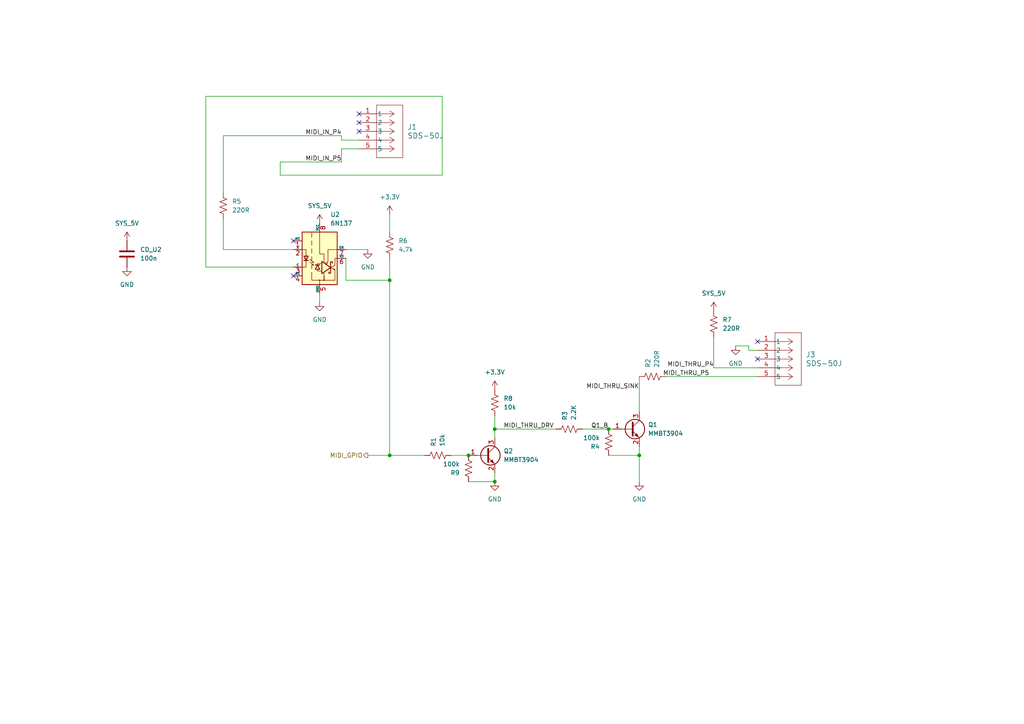
<source format=kicad_sch>
(kicad_sch
	(version 20250114)
	(generator "eeschema")
	(generator_version "9.0")
	(uuid "20eaa017-60bd-4f20-90b7-bb937819abef")
	(paper "A4")
	(lib_symbols
		(symbol "Device:C"
			(pin_numbers
				(hide yes)
			)
			(pin_names
				(offset 0.254)
			)
			(exclude_from_sim no)
			(in_bom yes)
			(on_board yes)
			(property "Reference" "C"
				(at 0.635 2.54 0)
				(effects
					(font
						(size 1.27 1.27)
					)
					(justify left)
				)
			)
			(property "Value" "C"
				(at 0.635 -2.54 0)
				(effects
					(font
						(size 1.27 1.27)
					)
					(justify left)
				)
			)
			(property "Footprint" ""
				(at 0.9652 -3.81 0)
				(effects
					(font
						(size 1.27 1.27)
					)
					(hide yes)
				)
			)
			(property "Datasheet" "~"
				(at 0 0 0)
				(effects
					(font
						(size 1.27 1.27)
					)
					(hide yes)
				)
			)
			(property "Description" "Unpolarized capacitor"
				(at 0 0 0)
				(effects
					(font
						(size 1.27 1.27)
					)
					(hide yes)
				)
			)
			(property "ki_keywords" "cap capacitor"
				(at 0 0 0)
				(effects
					(font
						(size 1.27 1.27)
					)
					(hide yes)
				)
			)
			(property "ki_fp_filters" "C_*"
				(at 0 0 0)
				(effects
					(font
						(size 1.27 1.27)
					)
					(hide yes)
				)
			)
			(symbol "C_0_1"
				(polyline
					(pts
						(xy -2.032 0.762) (xy 2.032 0.762)
					)
					(stroke
						(width 0.508)
						(type default)
					)
					(fill
						(type none)
					)
				)
				(polyline
					(pts
						(xy -2.032 -0.762) (xy 2.032 -0.762)
					)
					(stroke
						(width 0.508)
						(type default)
					)
					(fill
						(type none)
					)
				)
			)
			(symbol "C_1_1"
				(pin passive line
					(at 0 3.81 270)
					(length 2.794)
					(name "~"
						(effects
							(font
								(size 1.27 1.27)
							)
						)
					)
					(number "1"
						(effects
							(font
								(size 1.27 1.27)
							)
						)
					)
				)
				(pin passive line
					(at 0 -3.81 90)
					(length 2.794)
					(name "~"
						(effects
							(font
								(size 1.27 1.27)
							)
						)
					)
					(number "2"
						(effects
							(font
								(size 1.27 1.27)
							)
						)
					)
				)
			)
			(embedded_fonts no)
		)
		(symbol "Device:R_US"
			(pin_numbers
				(hide yes)
			)
			(pin_names
				(offset 0)
			)
			(exclude_from_sim no)
			(in_bom yes)
			(on_board yes)
			(property "Reference" "R"
				(at 2.54 0 90)
				(effects
					(font
						(size 1.27 1.27)
					)
				)
			)
			(property "Value" "R_US"
				(at -2.54 0 90)
				(effects
					(font
						(size 1.27 1.27)
					)
				)
			)
			(property "Footprint" ""
				(at 1.016 -0.254 90)
				(effects
					(font
						(size 1.27 1.27)
					)
					(hide yes)
				)
			)
			(property "Datasheet" "~"
				(at 0 0 0)
				(effects
					(font
						(size 1.27 1.27)
					)
					(hide yes)
				)
			)
			(property "Description" "Resistor, US symbol"
				(at 0 0 0)
				(effects
					(font
						(size 1.27 1.27)
					)
					(hide yes)
				)
			)
			(property "ki_keywords" "R res resistor"
				(at 0 0 0)
				(effects
					(font
						(size 1.27 1.27)
					)
					(hide yes)
				)
			)
			(property "ki_fp_filters" "R_*"
				(at 0 0 0)
				(effects
					(font
						(size 1.27 1.27)
					)
					(hide yes)
				)
			)
			(symbol "R_US_0_1"
				(polyline
					(pts
						(xy 0 2.286) (xy 0 2.54)
					)
					(stroke
						(width 0)
						(type default)
					)
					(fill
						(type none)
					)
				)
				(polyline
					(pts
						(xy 0 2.286) (xy 1.016 1.905) (xy 0 1.524) (xy -1.016 1.143) (xy 0 0.762)
					)
					(stroke
						(width 0)
						(type default)
					)
					(fill
						(type none)
					)
				)
				(polyline
					(pts
						(xy 0 0.762) (xy 1.016 0.381) (xy 0 0) (xy -1.016 -0.381) (xy 0 -0.762)
					)
					(stroke
						(width 0)
						(type default)
					)
					(fill
						(type none)
					)
				)
				(polyline
					(pts
						(xy 0 -0.762) (xy 1.016 -1.143) (xy 0 -1.524) (xy -1.016 -1.905) (xy 0 -2.286)
					)
					(stroke
						(width 0)
						(type default)
					)
					(fill
						(type none)
					)
				)
				(polyline
					(pts
						(xy 0 -2.286) (xy 0 -2.54)
					)
					(stroke
						(width 0)
						(type default)
					)
					(fill
						(type none)
					)
				)
			)
			(symbol "R_US_1_1"
				(pin passive line
					(at 0 3.81 270)
					(length 1.27)
					(name "~"
						(effects
							(font
								(size 1.27 1.27)
							)
						)
					)
					(number "1"
						(effects
							(font
								(size 1.27 1.27)
							)
						)
					)
				)
				(pin passive line
					(at 0 -3.81 90)
					(length 1.27)
					(name "~"
						(effects
							(font
								(size 1.27 1.27)
							)
						)
					)
					(number "2"
						(effects
							(font
								(size 1.27 1.27)
							)
						)
					)
				)
			)
			(embedded_fonts no)
		)
		(symbol "Isolator:6N137"
			(pin_names
				(offset 0)
			)
			(exclude_from_sim no)
			(in_bom yes)
			(on_board yes)
			(property "Reference" "U"
				(at -4.064 8.89 0)
				(effects
					(font
						(size 1.27 1.27)
					)
				)
			)
			(property "Value" "6N137"
				(at 0 -8.89 0)
				(effects
					(font
						(size 1.27 1.27)
					)
				)
			)
			(property "Footprint" "Package_DIP:DIP-8_W7.62mm"
				(at 0 -12.7 0)
				(effects
					(font
						(size 1.27 1.27)
					)
					(hide yes)
				)
			)
			(property "Datasheet" "https://docs.broadcom.com/docs/AV02-0940EN"
				(at -21.59 13.97 0)
				(effects
					(font
						(size 1.27 1.27)
					)
					(hide yes)
				)
			)
			(property "Description" "Single High Speed LSTTL/TTL Compatible Optocoupler with enable, dV/dt 1000/us, VCM 10, max 7V VCC, DIP-8"
				(at 0 0 0)
				(effects
					(font
						(size 1.27 1.27)
					)
					(hide yes)
				)
			)
			(property "ki_keywords" "High speed optically coupled gates enable"
				(at 0 0 0)
				(effects
					(font
						(size 1.27 1.27)
					)
					(hide yes)
				)
			)
			(property "ki_fp_filters" "DIP*W7.62mm*"
				(at 0 0 0)
				(effects
					(font
						(size 1.27 1.27)
					)
					(hide yes)
				)
			)
			(symbol "6N137_0_1"
				(polyline
					(pts
						(xy -5.08 -2.54) (xy -3.937 -2.54) (xy -3.937 2.54) (xy -5.08 2.54)
					)
					(stroke
						(width 0)
						(type default)
					)
					(fill
						(type none)
					)
				)
				(polyline
					(pts
						(xy -2.794 -0.254) (xy -1.717 -1.331) (xy -2.076 -1.152) (xy -1.896 -0.972) (xy -1.717 -1.331)
					)
					(stroke
						(width 0)
						(type default)
					)
					(fill
						(type none)
					)
				)
				(polyline
					(pts
						(xy -2.794 -1.016) (xy -1.717 -2.093) (xy -2.076 -1.914) (xy -1.896 -1.734) (xy -1.717 -2.093)
					)
					(stroke
						(width 0)
						(type default)
					)
					(fill
						(type none)
					)
				)
				(polyline
					(pts
						(xy 0 -6.35) (xy -2.286 -6.35) (xy -2.286 -4.064)
					)
					(stroke
						(width 0)
						(type default)
					)
					(fill
						(type none)
					)
				)
				(polyline
					(pts
						(xy 1.27 -5.08) (xy 1.27 -6.35) (xy 0 -6.35) (xy 0 -7.62)
					)
					(stroke
						(width 0)
						(type default)
					)
					(fill
						(type none)
					)
				)
				(polyline
					(pts
						(xy 3.175 -2.667) (xy 0.635 -4.445) (xy 0.635 -0.889) (xy 3.175 -2.667)
					)
					(stroke
						(width 0.254)
						(type default)
					)
					(fill
						(type none)
					)
				)
			)
			(symbol "6N137_1_1"
				(rectangle
					(start -5.08 7.62)
					(end 5.08 -7.62)
					(stroke
						(width 0.254)
						(type default)
					)
					(fill
						(type background)
					)
				)
				(polyline
					(pts
						(xy -4.572 -0.635) (xy -3.302 -0.635)
					)
					(stroke
						(width 0.254)
						(type default)
					)
					(fill
						(type none)
					)
				)
				(polyline
					(pts
						(xy -3.937 -0.635) (xy -4.572 0.635) (xy -3.302 0.635) (xy -3.937 -0.635)
					)
					(stroke
						(width 0.254)
						(type default)
					)
					(fill
						(type none)
					)
				)
				(polyline
					(pts
						(xy -2.286 7.366) (xy -2.286 6.096)
					)
					(stroke
						(width 0)
						(type default)
					)
					(fill
						(type none)
					)
				)
				(polyline
					(pts
						(xy -2.286 5.08) (xy -2.286 3.81)
					)
					(stroke
						(width 0)
						(type default)
					)
					(fill
						(type none)
					)
				)
				(polyline
					(pts
						(xy -2.286 2.794) (xy -2.286 1.524)
					)
					(stroke
						(width 0)
						(type default)
					)
					(fill
						(type none)
					)
				)
				(polyline
					(pts
						(xy -2.286 0.508) (xy -2.286 -0.762)
					)
					(stroke
						(width 0)
						(type default)
					)
					(fill
						(type none)
					)
				)
				(polyline
					(pts
						(xy -2.286 -1.778) (xy -2.286 -3.048)
					)
					(stroke
						(width 0)
						(type default)
					)
					(fill
						(type none)
					)
				)
				(polyline
					(pts
						(xy -1.27 -1.905) (xy 0 -1.905)
					)
					(stroke
						(width 0.254)
						(type default)
					)
					(fill
						(type none)
					)
				)
				(polyline
					(pts
						(xy -0.635 -1.905) (xy -0.635 -1.524) (xy 0.508 -1.524)
					)
					(stroke
						(width 0)
						(type default)
					)
					(fill
						(type none)
					)
				)
				(polyline
					(pts
						(xy -0.635 -1.905) (xy -1.27 -3.175) (xy 0 -3.175) (xy -0.635 -1.905)
					)
					(stroke
						(width 0.254)
						(type default)
					)
					(fill
						(type none)
					)
				)
				(polyline
					(pts
						(xy -0.635 -3.302) (xy -0.635 -3.683) (xy 0.635 -3.683)
					)
					(stroke
						(width 0)
						(type default)
					)
					(fill
						(type none)
					)
				)
				(circle
					(center 0 -6.35)
					(radius 0.127)
					(stroke
						(width 0)
						(type default)
					)
					(fill
						(type outline)
					)
				)
				(polyline
					(pts
						(xy 1.27 -1.27) (xy 1.27 1.27) (xy 0 1.27) (xy 0 7.62)
					)
					(stroke
						(width 0)
						(type default)
					)
					(fill
						(type none)
					)
				)
				(polyline
					(pts
						(xy 1.27 -4.064) (xy 1.27 -6.35) (xy 4.445 -6.35)
					)
					(stroke
						(width 0)
						(type default)
					)
					(fill
						(type none)
					)
				)
				(circle
					(center 1.27 -6.35)
					(radius 0.127)
					(stroke
						(width 0)
						(type default)
					)
					(fill
						(type outline)
					)
				)
				(circle
					(center 2.032 -1.397)
					(radius 0.254)
					(stroke
						(width 0)
						(type default)
					)
					(fill
						(type none)
					)
				)
				(polyline
					(pts
						(xy 2.1844 -1.1684) (xy 2.413 -0.889) (xy 2.413 2.54) (xy 5.08 2.54)
					)
					(stroke
						(width 0)
						(type default)
					)
					(fill
						(type none)
					)
				)
				(polyline
					(pts
						(xy 3.175 -2.667) (xy 4.445 -3.302) (xy 4.445 -6.35)
					)
					(stroke
						(width 0)
						(type default)
					)
					(fill
						(type none)
					)
				)
				(polyline
					(pts
						(xy 3.175 -2.667) (xy 3.175 -1.016) (xy 3.683 -1.016) (xy 3.683 -1.397)
					)
					(stroke
						(width 0.254)
						(type default)
					)
					(fill
						(type none)
					)
				)
				(polyline
					(pts
						(xy 3.175 -2.667) (xy 3.175 -4.318) (xy 2.667 -4.318) (xy 2.667 -3.937)
					)
					(stroke
						(width 0.254)
						(type default)
					)
					(fill
						(type none)
					)
				)
				(polyline
					(pts
						(xy 3.175 -2.667) (xy 4.445 -2.032) (xy 4.445 0) (xy 5.08 0)
					)
					(stroke
						(width 0)
						(type default)
					)
					(fill
						(type none)
					)
				)
				(polyline
					(pts
						(xy 4.445 -3.302) (xy 4.161 -3.018) (xy 4.047 -3.246) (xy 4.445 -3.302)
					)
					(stroke
						(width 0.127)
						(type default)
					)
					(fill
						(type outline)
					)
				)
				(pin passive line
					(at -7.62 5.08 0)
					(length 2.54)
					(name "NC"
						(effects
							(font
								(size 0.635 0.635)
							)
						)
					)
					(number "1"
						(effects
							(font
								(size 1.27 1.27)
							)
						)
					)
				)
				(pin passive line
					(at -7.62 2.54 0)
					(length 2.54)
					(name "A"
						(effects
							(font
								(size 0.635 0.635)
							)
						)
					)
					(number "2"
						(effects
							(font
								(size 1.27 1.27)
							)
						)
					)
				)
				(pin passive line
					(at -7.62 -2.54 0)
					(length 2.54)
					(name "C"
						(effects
							(font
								(size 0.635 0.635)
							)
						)
					)
					(number "3"
						(effects
							(font
								(size 1.27 1.27)
							)
						)
					)
				)
				(pin passive line
					(at -7.62 -5.08 0)
					(length 2.54)
					(name "NC"
						(effects
							(font
								(size 0.635 0.635)
							)
						)
					)
					(number "4"
						(effects
							(font
								(size 1.27 1.27)
							)
						)
					)
				)
				(pin power_in line
					(at 0 10.16 270)
					(length 2.54)
					(name "VCC"
						(effects
							(font
								(size 0.635 0.635)
							)
						)
					)
					(number "8"
						(effects
							(font
								(size 1.27 1.27)
							)
						)
					)
				)
				(pin power_in line
					(at 0 -10.16 90)
					(length 2.54)
					(name "GND"
						(effects
							(font
								(size 0.635 0.635)
							)
						)
					)
					(number "5"
						(effects
							(font
								(size 1.27 1.27)
							)
						)
					)
				)
				(pin input line
					(at 7.62 2.54 180)
					(length 2.54)
					(name "EN"
						(effects
							(font
								(size 0.635 0.635)
							)
						)
					)
					(number "7"
						(effects
							(font
								(size 1.27 1.27)
							)
						)
					)
				)
				(pin open_collector line
					(at 7.62 0 180)
					(length 2.54)
					(name "VO"
						(effects
							(font
								(size 0.635 0.635)
							)
						)
					)
					(number "6"
						(effects
							(font
								(size 1.27 1.27)
							)
						)
					)
				)
			)
			(embedded_fonts no)
		)
		(symbol "Transistor_BJT:MMBT3904"
			(pin_names
				(offset 0)
				(hide yes)
			)
			(exclude_from_sim no)
			(in_bom yes)
			(on_board yes)
			(property "Reference" "Q"
				(at 5.08 1.905 0)
				(effects
					(font
						(size 1.27 1.27)
					)
					(justify left)
				)
			)
			(property "Value" "MMBT3904"
				(at 5.08 0 0)
				(effects
					(font
						(size 1.27 1.27)
					)
					(justify left)
				)
			)
			(property "Footprint" "Package_TO_SOT_SMD:SOT-23"
				(at 5.08 -1.905 0)
				(effects
					(font
						(size 1.27 1.27)
						(italic yes)
					)
					(justify left)
					(hide yes)
				)
			)
			(property "Datasheet" "https://www.onsemi.com/pdf/datasheet/pzt3904-d.pdf"
				(at 0 0 0)
				(effects
					(font
						(size 1.27 1.27)
					)
					(justify left)
					(hide yes)
				)
			)
			(property "Description" "0.2A Ic, 40V Vce, Small Signal NPN Transistor, SOT-23"
				(at 0 0 0)
				(effects
					(font
						(size 1.27 1.27)
					)
					(hide yes)
				)
			)
			(property "ki_keywords" "NPN Transistor"
				(at 0 0 0)
				(effects
					(font
						(size 1.27 1.27)
					)
					(hide yes)
				)
			)
			(property "ki_fp_filters" "SOT?23*"
				(at 0 0 0)
				(effects
					(font
						(size 1.27 1.27)
					)
					(hide yes)
				)
			)
			(symbol "MMBT3904_0_1"
				(polyline
					(pts
						(xy -2.54 0) (xy 0.635 0)
					)
					(stroke
						(width 0)
						(type default)
					)
					(fill
						(type none)
					)
				)
				(polyline
					(pts
						(xy 0.635 1.905) (xy 0.635 -1.905)
					)
					(stroke
						(width 0.508)
						(type default)
					)
					(fill
						(type none)
					)
				)
				(circle
					(center 1.27 0)
					(radius 2.8194)
					(stroke
						(width 0.254)
						(type default)
					)
					(fill
						(type none)
					)
				)
			)
			(symbol "MMBT3904_1_1"
				(polyline
					(pts
						(xy 0.635 0.635) (xy 2.54 2.54)
					)
					(stroke
						(width 0)
						(type default)
					)
					(fill
						(type none)
					)
				)
				(polyline
					(pts
						(xy 0.635 -0.635) (xy 2.54 -2.54)
					)
					(stroke
						(width 0)
						(type default)
					)
					(fill
						(type none)
					)
				)
				(polyline
					(pts
						(xy 1.27 -1.778) (xy 1.778 -1.27) (xy 2.286 -2.286) (xy 1.27 -1.778)
					)
					(stroke
						(width 0)
						(type default)
					)
					(fill
						(type outline)
					)
				)
				(pin input line
					(at -5.08 0 0)
					(length 2.54)
					(name "B"
						(effects
							(font
								(size 1.27 1.27)
							)
						)
					)
					(number "1"
						(effects
							(font
								(size 1.27 1.27)
							)
						)
					)
				)
				(pin passive line
					(at 2.54 5.08 270)
					(length 2.54)
					(name "C"
						(effects
							(font
								(size 1.27 1.27)
							)
						)
					)
					(number "3"
						(effects
							(font
								(size 1.27 1.27)
							)
						)
					)
				)
				(pin passive line
					(at 2.54 -5.08 90)
					(length 2.54)
					(name "E"
						(effects
							(font
								(size 1.27 1.27)
							)
						)
					)
					(number "2"
						(effects
							(font
								(size 1.27 1.27)
							)
						)
					)
				)
			)
			(embedded_fonts no)
		)
		(symbol "UL MIDI:SDS-50J"
			(pin_names
				(offset 0.254)
			)
			(exclude_from_sim no)
			(in_bom yes)
			(on_board yes)
			(property "Reference" "J"
				(at 8.89 6.35 0)
				(effects
					(font
						(size 1.524 1.524)
					)
				)
			)
			(property "Value" "SDS-50J"
				(at 0 0 0)
				(effects
					(font
						(size 1.524 1.524)
					)
				)
			)
			(property "Footprint" "CONN5_SDS-50J_CUD"
				(at 0 0 0)
				(effects
					(font
						(size 1.27 1.27)
						(italic yes)
					)
					(hide yes)
				)
			)
			(property "Datasheet" "SDS-50J"
				(at 0 0 0)
				(effects
					(font
						(size 1.27 1.27)
						(italic yes)
					)
					(hide yes)
				)
			)
			(property "Description" ""
				(at 0 0 0)
				(effects
					(font
						(size 1.27 1.27)
					)
					(hide yes)
				)
			)
			(property "ki_locked" ""
				(at 0 0 0)
				(effects
					(font
						(size 1.27 1.27)
					)
				)
			)
			(property "ki_keywords" "SDS-50J"
				(at 0 0 0)
				(effects
					(font
						(size 1.27 1.27)
					)
					(hide yes)
				)
			)
			(property "ki_fp_filters" "CONN5_SDS-50J_CUD"
				(at 0 0 0)
				(effects
					(font
						(size 1.27 1.27)
					)
					(hide yes)
				)
			)
			(symbol "SDS-50J_1_1"
				(polyline
					(pts
						(xy 5.08 2.54) (xy 5.08 -12.7)
					)
					(stroke
						(width 0.127)
						(type default)
					)
					(fill
						(type none)
					)
				)
				(polyline
					(pts
						(xy 5.08 -12.7) (xy 12.7 -12.7)
					)
					(stroke
						(width 0.127)
						(type default)
					)
					(fill
						(type none)
					)
				)
				(polyline
					(pts
						(xy 10.16 0) (xy 5.08 0)
					)
					(stroke
						(width 0.127)
						(type default)
					)
					(fill
						(type none)
					)
				)
				(polyline
					(pts
						(xy 10.16 0) (xy 8.89 0.8467)
					)
					(stroke
						(width 0.127)
						(type default)
					)
					(fill
						(type none)
					)
				)
				(polyline
					(pts
						(xy 10.16 0) (xy 8.89 -0.8467)
					)
					(stroke
						(width 0.127)
						(type default)
					)
					(fill
						(type none)
					)
				)
				(polyline
					(pts
						(xy 10.16 -2.54) (xy 5.08 -2.54)
					)
					(stroke
						(width 0.127)
						(type default)
					)
					(fill
						(type none)
					)
				)
				(polyline
					(pts
						(xy 10.16 -2.54) (xy 8.89 -1.6933)
					)
					(stroke
						(width 0.127)
						(type default)
					)
					(fill
						(type none)
					)
				)
				(polyline
					(pts
						(xy 10.16 -2.54) (xy 8.89 -3.3867)
					)
					(stroke
						(width 0.127)
						(type default)
					)
					(fill
						(type none)
					)
				)
				(polyline
					(pts
						(xy 10.16 -5.08) (xy 5.08 -5.08)
					)
					(stroke
						(width 0.127)
						(type default)
					)
					(fill
						(type none)
					)
				)
				(polyline
					(pts
						(xy 10.16 -5.08) (xy 8.89 -4.2333)
					)
					(stroke
						(width 0.127)
						(type default)
					)
					(fill
						(type none)
					)
				)
				(polyline
					(pts
						(xy 10.16 -5.08) (xy 8.89 -5.9267)
					)
					(stroke
						(width 0.127)
						(type default)
					)
					(fill
						(type none)
					)
				)
				(polyline
					(pts
						(xy 10.16 -7.62) (xy 5.08 -7.62)
					)
					(stroke
						(width 0.127)
						(type default)
					)
					(fill
						(type none)
					)
				)
				(polyline
					(pts
						(xy 10.16 -7.62) (xy 8.89 -6.7733)
					)
					(stroke
						(width 0.127)
						(type default)
					)
					(fill
						(type none)
					)
				)
				(polyline
					(pts
						(xy 10.16 -7.62) (xy 8.89 -8.4667)
					)
					(stroke
						(width 0.127)
						(type default)
					)
					(fill
						(type none)
					)
				)
				(polyline
					(pts
						(xy 10.16 -10.16) (xy 5.08 -10.16)
					)
					(stroke
						(width 0.127)
						(type default)
					)
					(fill
						(type none)
					)
				)
				(polyline
					(pts
						(xy 10.16 -10.16) (xy 8.89 -9.3133)
					)
					(stroke
						(width 0.127)
						(type default)
					)
					(fill
						(type none)
					)
				)
				(polyline
					(pts
						(xy 10.16 -10.16) (xy 8.89 -11.0067)
					)
					(stroke
						(width 0.127)
						(type default)
					)
					(fill
						(type none)
					)
				)
				(polyline
					(pts
						(xy 12.7 2.54) (xy 5.08 2.54)
					)
					(stroke
						(width 0.127)
						(type default)
					)
					(fill
						(type none)
					)
				)
				(polyline
					(pts
						(xy 12.7 -12.7) (xy 12.7 2.54)
					)
					(stroke
						(width 0.127)
						(type default)
					)
					(fill
						(type none)
					)
				)
				(pin unspecified line
					(at 0 0 0)
					(length 5.08)
					(name "1"
						(effects
							(font
								(size 1.27 1.27)
							)
						)
					)
					(number "1"
						(effects
							(font
								(size 1.27 1.27)
							)
						)
					)
				)
				(pin unspecified line
					(at 0 -2.54 0)
					(length 5.08)
					(name "2"
						(effects
							(font
								(size 1.27 1.27)
							)
						)
					)
					(number "2"
						(effects
							(font
								(size 1.27 1.27)
							)
						)
					)
				)
				(pin unspecified line
					(at 0 -5.08 0)
					(length 5.08)
					(name "3"
						(effects
							(font
								(size 1.27 1.27)
							)
						)
					)
					(number "3"
						(effects
							(font
								(size 1.27 1.27)
							)
						)
					)
				)
				(pin unspecified line
					(at 0 -7.62 0)
					(length 5.08)
					(name "4"
						(effects
							(font
								(size 1.27 1.27)
							)
						)
					)
					(number "4"
						(effects
							(font
								(size 1.27 1.27)
							)
						)
					)
				)
				(pin unspecified line
					(at 0 -10.16 0)
					(length 5.08)
					(name "5"
						(effects
							(font
								(size 1.27 1.27)
							)
						)
					)
					(number "5"
						(effects
							(font
								(size 1.27 1.27)
							)
						)
					)
				)
			)
			(symbol "SDS-50J_1_2"
				(polyline
					(pts
						(xy 5.08 2.54) (xy 5.08 -12.7)
					)
					(stroke
						(width 0.127)
						(type default)
					)
					(fill
						(type none)
					)
				)
				(polyline
					(pts
						(xy 5.08 -12.7) (xy 12.7 -12.7)
					)
					(stroke
						(width 0.127)
						(type default)
					)
					(fill
						(type none)
					)
				)
				(polyline
					(pts
						(xy 7.62 0) (xy 5.08 0)
					)
					(stroke
						(width 0.127)
						(type default)
					)
					(fill
						(type none)
					)
				)
				(polyline
					(pts
						(xy 7.62 0) (xy 8.89 0.8467)
					)
					(stroke
						(width 0.127)
						(type default)
					)
					(fill
						(type none)
					)
				)
				(polyline
					(pts
						(xy 7.62 0) (xy 8.89 -0.8467)
					)
					(stroke
						(width 0.127)
						(type default)
					)
					(fill
						(type none)
					)
				)
				(polyline
					(pts
						(xy 7.62 -2.54) (xy 5.08 -2.54)
					)
					(stroke
						(width 0.127)
						(type default)
					)
					(fill
						(type none)
					)
				)
				(polyline
					(pts
						(xy 7.62 -2.54) (xy 8.89 -1.6933)
					)
					(stroke
						(width 0.127)
						(type default)
					)
					(fill
						(type none)
					)
				)
				(polyline
					(pts
						(xy 7.62 -2.54) (xy 8.89 -3.3867)
					)
					(stroke
						(width 0.127)
						(type default)
					)
					(fill
						(type none)
					)
				)
				(polyline
					(pts
						(xy 7.62 -5.08) (xy 5.08 -5.08)
					)
					(stroke
						(width 0.127)
						(type default)
					)
					(fill
						(type none)
					)
				)
				(polyline
					(pts
						(xy 7.62 -5.08) (xy 8.89 -4.2333)
					)
					(stroke
						(width 0.127)
						(type default)
					)
					(fill
						(type none)
					)
				)
				(polyline
					(pts
						(xy 7.62 -5.08) (xy 8.89 -5.9267)
					)
					(stroke
						(width 0.127)
						(type default)
					)
					(fill
						(type none)
					)
				)
				(polyline
					(pts
						(xy 7.62 -7.62) (xy 5.08 -7.62)
					)
					(stroke
						(width 0.127)
						(type default)
					)
					(fill
						(type none)
					)
				)
				(polyline
					(pts
						(xy 7.62 -7.62) (xy 8.89 -6.7733)
					)
					(stroke
						(width 0.127)
						(type default)
					)
					(fill
						(type none)
					)
				)
				(polyline
					(pts
						(xy 7.62 -7.62) (xy 8.89 -8.4667)
					)
					(stroke
						(width 0.127)
						(type default)
					)
					(fill
						(type none)
					)
				)
				(polyline
					(pts
						(xy 7.62 -10.16) (xy 5.08 -10.16)
					)
					(stroke
						(width 0.127)
						(type default)
					)
					(fill
						(type none)
					)
				)
				(polyline
					(pts
						(xy 7.62 -10.16) (xy 8.89 -9.3133)
					)
					(stroke
						(width 0.127)
						(type default)
					)
					(fill
						(type none)
					)
				)
				(polyline
					(pts
						(xy 7.62 -10.16) (xy 8.89 -11.0067)
					)
					(stroke
						(width 0.127)
						(type default)
					)
					(fill
						(type none)
					)
				)
				(polyline
					(pts
						(xy 12.7 2.54) (xy 5.08 2.54)
					)
					(stroke
						(width 0.127)
						(type default)
					)
					(fill
						(type none)
					)
				)
				(polyline
					(pts
						(xy 12.7 -12.7) (xy 12.7 2.54)
					)
					(stroke
						(width 0.127)
						(type default)
					)
					(fill
						(type none)
					)
				)
				(pin unspecified line
					(at 0 0 0)
					(length 5.08)
					(name "1"
						(effects
							(font
								(size 1.27 1.27)
							)
						)
					)
					(number "1"
						(effects
							(font
								(size 1.27 1.27)
							)
						)
					)
				)
				(pin unspecified line
					(at 0 -2.54 0)
					(length 5.08)
					(name "2"
						(effects
							(font
								(size 1.27 1.27)
							)
						)
					)
					(number "2"
						(effects
							(font
								(size 1.27 1.27)
							)
						)
					)
				)
				(pin unspecified line
					(at 0 -5.08 0)
					(length 5.08)
					(name "3"
						(effects
							(font
								(size 1.27 1.27)
							)
						)
					)
					(number "3"
						(effects
							(font
								(size 1.27 1.27)
							)
						)
					)
				)
				(pin unspecified line
					(at 0 -7.62 0)
					(length 5.08)
					(name "4"
						(effects
							(font
								(size 1.27 1.27)
							)
						)
					)
					(number "4"
						(effects
							(font
								(size 1.27 1.27)
							)
						)
					)
				)
				(pin unspecified line
					(at 0 -10.16 0)
					(length 5.08)
					(name "5"
						(effects
							(font
								(size 1.27 1.27)
							)
						)
					)
					(number "5"
						(effects
							(font
								(size 1.27 1.27)
							)
						)
					)
				)
			)
			(embedded_fonts no)
		)
		(symbol "power:+3.3V"
			(power)
			(pin_numbers
				(hide yes)
			)
			(pin_names
				(offset 0)
				(hide yes)
			)
			(exclude_from_sim no)
			(in_bom yes)
			(on_board yes)
			(property "Reference" "#PWR"
				(at 0 -3.81 0)
				(effects
					(font
						(size 1.27 1.27)
					)
					(hide yes)
				)
			)
			(property "Value" "+3.3V"
				(at 0 3.556 0)
				(effects
					(font
						(size 1.27 1.27)
					)
				)
			)
			(property "Footprint" ""
				(at 0 0 0)
				(effects
					(font
						(size 1.27 1.27)
					)
					(hide yes)
				)
			)
			(property "Datasheet" ""
				(at 0 0 0)
				(effects
					(font
						(size 1.27 1.27)
					)
					(hide yes)
				)
			)
			(property "Description" "Power symbol creates a global label with name \"+3.3V\""
				(at 0 0 0)
				(effects
					(font
						(size 1.27 1.27)
					)
					(hide yes)
				)
			)
			(property "ki_keywords" "global power"
				(at 0 0 0)
				(effects
					(font
						(size 1.27 1.27)
					)
					(hide yes)
				)
			)
			(symbol "+3.3V_0_1"
				(polyline
					(pts
						(xy -0.762 1.27) (xy 0 2.54)
					)
					(stroke
						(width 0)
						(type default)
					)
					(fill
						(type none)
					)
				)
				(polyline
					(pts
						(xy 0 2.54) (xy 0.762 1.27)
					)
					(stroke
						(width 0)
						(type default)
					)
					(fill
						(type none)
					)
				)
				(polyline
					(pts
						(xy 0 0) (xy 0 2.54)
					)
					(stroke
						(width 0)
						(type default)
					)
					(fill
						(type none)
					)
				)
			)
			(symbol "+3.3V_1_1"
				(pin power_in line
					(at 0 0 90)
					(length 0)
					(name "~"
						(effects
							(font
								(size 1.27 1.27)
							)
						)
					)
					(number "1"
						(effects
							(font
								(size 1.27 1.27)
							)
						)
					)
				)
			)
			(embedded_fonts no)
		)
		(symbol "power:+5V"
			(power)
			(pin_numbers
				(hide yes)
			)
			(pin_names
				(offset 0)
				(hide yes)
			)
			(exclude_from_sim no)
			(in_bom yes)
			(on_board yes)
			(property "Reference" "#PWR"
				(at 0 -3.81 0)
				(effects
					(font
						(size 1.27 1.27)
					)
					(hide yes)
				)
			)
			(property "Value" "+5V"
				(at 0 3.556 0)
				(effects
					(font
						(size 1.27 1.27)
					)
				)
			)
			(property "Footprint" ""
				(at 0 0 0)
				(effects
					(font
						(size 1.27 1.27)
					)
					(hide yes)
				)
			)
			(property "Datasheet" ""
				(at 0 0 0)
				(effects
					(font
						(size 1.27 1.27)
					)
					(hide yes)
				)
			)
			(property "Description" "Power symbol creates a global label with name \"+5V\""
				(at 0 0 0)
				(effects
					(font
						(size 1.27 1.27)
					)
					(hide yes)
				)
			)
			(property "ki_keywords" "global power"
				(at 0 0 0)
				(effects
					(font
						(size 1.27 1.27)
					)
					(hide yes)
				)
			)
			(symbol "+5V_0_1"
				(polyline
					(pts
						(xy -0.762 1.27) (xy 0 2.54)
					)
					(stroke
						(width 0)
						(type default)
					)
					(fill
						(type none)
					)
				)
				(polyline
					(pts
						(xy 0 2.54) (xy 0.762 1.27)
					)
					(stroke
						(width 0)
						(type default)
					)
					(fill
						(type none)
					)
				)
				(polyline
					(pts
						(xy 0 0) (xy 0 2.54)
					)
					(stroke
						(width 0)
						(type default)
					)
					(fill
						(type none)
					)
				)
			)
			(symbol "+5V_1_1"
				(pin power_in line
					(at 0 0 90)
					(length 0)
					(name "~"
						(effects
							(font
								(size 1.27 1.27)
							)
						)
					)
					(number "1"
						(effects
							(font
								(size 1.27 1.27)
							)
						)
					)
				)
			)
			(embedded_fonts no)
		)
		(symbol "power:GND"
			(power)
			(pin_numbers
				(hide yes)
			)
			(pin_names
				(offset 0)
				(hide yes)
			)
			(exclude_from_sim no)
			(in_bom yes)
			(on_board yes)
			(property "Reference" "#PWR"
				(at 0 -6.35 0)
				(effects
					(font
						(size 1.27 1.27)
					)
					(hide yes)
				)
			)
			(property "Value" "GND"
				(at 0 -3.81 0)
				(effects
					(font
						(size 1.27 1.27)
					)
				)
			)
			(property "Footprint" ""
				(at 0 0 0)
				(effects
					(font
						(size 1.27 1.27)
					)
					(hide yes)
				)
			)
			(property "Datasheet" ""
				(at 0 0 0)
				(effects
					(font
						(size 1.27 1.27)
					)
					(hide yes)
				)
			)
			(property "Description" "Power symbol creates a global label with name \"GND\" , ground"
				(at 0 0 0)
				(effects
					(font
						(size 1.27 1.27)
					)
					(hide yes)
				)
			)
			(property "ki_keywords" "global power"
				(at 0 0 0)
				(effects
					(font
						(size 1.27 1.27)
					)
					(hide yes)
				)
			)
			(symbol "GND_0_1"
				(polyline
					(pts
						(xy 0 0) (xy 0 -1.27) (xy 1.27 -1.27) (xy 0 -2.54) (xy -1.27 -1.27) (xy 0 -1.27)
					)
					(stroke
						(width 0)
						(type default)
					)
					(fill
						(type none)
					)
				)
			)
			(symbol "GND_1_1"
				(pin power_in line
					(at 0 0 270)
					(length 0)
					(name "~"
						(effects
							(font
								(size 1.27 1.27)
							)
						)
					)
					(number "1"
						(effects
							(font
								(size 1.27 1.27)
							)
						)
					)
				)
			)
			(embedded_fonts no)
		)
	)
	(junction
		(at 143.51 139.7)
		(diameter 0)
		(color 0 0 0 0)
		(uuid "3f598423-f19b-4230-b854-072559618866")
	)
	(junction
		(at 185.42 132.08)
		(diameter 0)
		(color 0 0 0 0)
		(uuid "4246c668-f6cb-4679-8b57-94db7b87cf29")
	)
	(junction
		(at 143.51 124.46)
		(diameter 0)
		(color 0 0 0 0)
		(uuid "4ab1d274-9822-41cd-8c13-8b60d661acdb")
	)
	(junction
		(at 113.03 132.08)
		(diameter 0)
		(color 0 0 0 0)
		(uuid "6f324272-1a93-47a6-8c38-e6fa3997adaa")
	)
	(junction
		(at 113.03 81.28)
		(diameter 0)
		(color 0 0 0 0)
		(uuid "ebee5f2b-7b1d-4fef-8e37-d36aaab67fed")
	)
	(junction
		(at 135.89 132.08)
		(diameter 0)
		(color 0 0 0 0)
		(uuid "ee12cf76-10e1-4201-a10e-e19e74c9cf6f")
	)
	(junction
		(at 176.53 124.46)
		(diameter 0)
		(color 0 0 0 0)
		(uuid "fbd4992c-a9ff-42db-903d-b268696c9ffb")
	)
	(no_connect
		(at 219.71 99.06)
		(uuid "2a60d80d-da6f-48e9-a774-3f29164ecf9e")
	)
	(no_connect
		(at 104.14 35.56)
		(uuid "45a291d3-08db-4b03-a7aa-daa79dd9143e")
	)
	(no_connect
		(at 85.09 69.85)
		(uuid "9ffd5073-9964-41b0-9401-3c7caa47c857")
	)
	(no_connect
		(at 104.14 38.1)
		(uuid "a40905f3-a90f-42e2-8faa-931ea91cd513")
	)
	(no_connect
		(at 104.14 33.02)
		(uuid "ad87fa37-324f-4481-8949-226e2a01bf29")
	)
	(no_connect
		(at 219.71 104.14)
		(uuid "b0446164-9224-46af-85af-4b3afd649c82")
	)
	(no_connect
		(at 85.09 80.01)
		(uuid "c1448580-fb0b-4594-aae8-049a5a45c3f1")
	)
	(wire
		(pts
			(xy 64.77 39.37) (xy 99.06 39.37)
		)
		(stroke
			(width 0)
			(type default)
		)
		(uuid "0f4bf496-4fe0-4479-9d25-3d258e29a79c")
	)
	(wire
		(pts
			(xy 99.06 40.64) (xy 104.14 40.64)
		)
		(stroke
			(width 0)
			(type default)
		)
		(uuid "1630b160-368f-444f-b74b-3b0e8005a587")
	)
	(wire
		(pts
			(xy 213.36 100.33) (xy 217.17 100.33)
		)
		(stroke
			(width 0)
			(type default)
		)
		(uuid "1fd6851e-9e57-499c-b6f8-93fd81fdf03b")
	)
	(wire
		(pts
			(xy 113.03 62.23) (xy 113.03 67.31)
		)
		(stroke
			(width 0)
			(type default)
		)
		(uuid "2d429186-d5d7-4308-baca-637a817edd02")
	)
	(wire
		(pts
			(xy 143.51 124.46) (xy 161.29 124.46)
		)
		(stroke
			(width 0)
			(type default)
		)
		(uuid "35ddf79b-78dd-4fad-98a4-cbd8d8652e45")
	)
	(wire
		(pts
			(xy 207.01 97.79) (xy 207.01 106.68)
		)
		(stroke
			(width 0)
			(type default)
		)
		(uuid "36e8a2b3-faf9-4a56-bbda-6d1c2405b594")
	)
	(wire
		(pts
			(xy 128.27 50.8) (xy 81.28 50.8)
		)
		(stroke
			(width 0)
			(type default)
		)
		(uuid "387147a2-82f8-40e3-a2c5-bd3d35347b4b")
	)
	(wire
		(pts
			(xy 81.28 46.99) (xy 99.06 46.99)
		)
		(stroke
			(width 0)
			(type default)
		)
		(uuid "3c91736a-1239-499f-b92b-b90737193711")
	)
	(wire
		(pts
			(xy 113.03 132.08) (xy 106.68 132.08)
		)
		(stroke
			(width 0)
			(type default)
		)
		(uuid "4152f44d-d002-47a6-b88c-d27655c79cba")
	)
	(wire
		(pts
			(xy 113.03 132.08) (xy 123.19 132.08)
		)
		(stroke
			(width 0)
			(type default)
		)
		(uuid "4533b292-2c93-4727-a9f6-b3a646087da1")
	)
	(wire
		(pts
			(xy 64.77 63.5) (xy 64.77 72.39)
		)
		(stroke
			(width 0)
			(type default)
		)
		(uuid "4cae4e70-4d64-483a-8dfa-e61dae76fece")
	)
	(wire
		(pts
			(xy 59.69 77.47) (xy 59.69 27.94)
		)
		(stroke
			(width 0)
			(type default)
		)
		(uuid "53003c02-482f-4733-b1ca-f8a0e705446b")
	)
	(wire
		(pts
			(xy 168.91 124.46) (xy 176.53 124.46)
		)
		(stroke
			(width 0)
			(type default)
		)
		(uuid "555004f7-2d33-4c39-ade1-86158110b0c7")
	)
	(wire
		(pts
			(xy 64.77 39.37) (xy 64.77 55.88)
		)
		(stroke
			(width 0)
			(type default)
		)
		(uuid "559ce205-8fc8-47d3-861a-939185fb7d0d")
	)
	(wire
		(pts
			(xy 113.03 81.28) (xy 113.03 74.93)
		)
		(stroke
			(width 0)
			(type default)
		)
		(uuid "5a1d9bbb-8c47-4770-b490-b3ffe7b854c0")
	)
	(wire
		(pts
			(xy 100.33 72.39) (xy 106.68 72.39)
		)
		(stroke
			(width 0)
			(type default)
		)
		(uuid "5c77f470-d1a0-45a9-82ef-ea1aa3de394e")
	)
	(wire
		(pts
			(xy 135.89 139.7) (xy 143.51 139.7)
		)
		(stroke
			(width 0)
			(type default)
		)
		(uuid "60bbca58-3b63-4d56-98e7-a715a9885862")
	)
	(wire
		(pts
			(xy 143.51 124.46) (xy 143.51 127)
		)
		(stroke
			(width 0)
			(type default)
		)
		(uuid "62bf1b79-a2ff-41f0-9e37-f03551a8c93f")
	)
	(wire
		(pts
			(xy 59.69 77.47) (xy 85.09 77.47)
		)
		(stroke
			(width 0)
			(type default)
		)
		(uuid "6ba0ccc6-ef81-446b-b35c-31b6152c9206")
	)
	(wire
		(pts
			(xy 217.17 100.33) (xy 217.17 101.6)
		)
		(stroke
			(width 0)
			(type default)
		)
		(uuid "773ecbcb-68ac-448d-ba20-588696137fdd")
	)
	(wire
		(pts
			(xy 128.27 27.94) (xy 128.27 50.8)
		)
		(stroke
			(width 0)
			(type default)
		)
		(uuid "7a208e13-0c0c-43ff-9065-5bd5ef9cf49f")
	)
	(wire
		(pts
			(xy 217.17 101.6) (xy 219.71 101.6)
		)
		(stroke
			(width 0)
			(type default)
		)
		(uuid "7d406837-a010-491f-a8cf-5b1a53d8d1cd")
	)
	(wire
		(pts
			(xy 99.06 43.18) (xy 99.06 46.99)
		)
		(stroke
			(width 0)
			(type default)
		)
		(uuid "8ba2f54c-9d68-4291-bd6b-6bee685289f0")
	)
	(wire
		(pts
			(xy 143.51 139.7) (xy 143.51 137.16)
		)
		(stroke
			(width 0)
			(type default)
		)
		(uuid "90047066-2c7b-41ff-9a0a-2b2618b1a2be")
	)
	(wire
		(pts
			(xy 185.42 132.08) (xy 185.42 129.54)
		)
		(stroke
			(width 0)
			(type default)
		)
		(uuid "9080fe21-41ad-4468-8385-13a5d5aa4ba2")
	)
	(wire
		(pts
			(xy 130.81 132.08) (xy 135.89 132.08)
		)
		(stroke
			(width 0)
			(type default)
		)
		(uuid "94792c07-5adc-4cfa-a92b-921e6764b03e")
	)
	(wire
		(pts
			(xy 143.51 120.65) (xy 143.51 124.46)
		)
		(stroke
			(width 0)
			(type default)
		)
		(uuid "9e621ee7-4122-4444-8550-fe684aac4ad1")
	)
	(wire
		(pts
			(xy 99.06 40.64) (xy 99.06 39.37)
		)
		(stroke
			(width 0)
			(type default)
		)
		(uuid "a5d5f17a-20b9-4e67-9550-7f2c4592a764")
	)
	(wire
		(pts
			(xy 176.53 124.46) (xy 177.8 124.46)
		)
		(stroke
			(width 0)
			(type default)
		)
		(uuid "a98fa1c3-ea3b-458b-9022-af10d8a0b572")
	)
	(wire
		(pts
			(xy 104.14 43.18) (xy 99.06 43.18)
		)
		(stroke
			(width 0)
			(type default)
		)
		(uuid "ad818611-8553-44a4-a778-4a1bc9ab47f6")
	)
	(wire
		(pts
			(xy 185.42 139.7) (xy 185.42 132.08)
		)
		(stroke
			(width 0)
			(type default)
		)
		(uuid "b2554aef-120d-4798-829f-5b4ff2d0c2ce")
	)
	(wire
		(pts
			(xy 100.33 81.28) (xy 113.03 81.28)
		)
		(stroke
			(width 0)
			(type default)
		)
		(uuid "b4490a2a-03b6-4843-be1e-9786933eb60c")
	)
	(wire
		(pts
			(xy 59.69 27.94) (xy 128.27 27.94)
		)
		(stroke
			(width 0)
			(type default)
		)
		(uuid "bd25343d-6d4f-4f27-96e5-ac345db54a42")
	)
	(wire
		(pts
			(xy 81.28 46.99) (xy 81.28 50.8)
		)
		(stroke
			(width 0)
			(type default)
		)
		(uuid "c2fb2e18-d4ba-4a19-8027-88b38271785a")
	)
	(wire
		(pts
			(xy 193.04 109.22) (xy 219.71 109.22)
		)
		(stroke
			(width 0)
			(type default)
		)
		(uuid "ca8f635e-c105-42be-b152-86e058e9cb74")
	)
	(wire
		(pts
			(xy 113.03 81.28) (xy 113.03 132.08)
		)
		(stroke
			(width 0)
			(type default)
		)
		(uuid "d01992a6-3e81-4bb4-bd1a-43b429cf0c6f")
	)
	(wire
		(pts
			(xy 64.77 72.39) (xy 85.09 72.39)
		)
		(stroke
			(width 0)
			(type default)
		)
		(uuid "d2daa836-4e75-455c-9a4d-2495745bfbef")
	)
	(wire
		(pts
			(xy 185.42 109.22) (xy 185.42 119.38)
		)
		(stroke
			(width 0)
			(type default)
		)
		(uuid "dfb6a066-7436-4410-9f58-125a5e42e8e1")
	)
	(wire
		(pts
			(xy 92.71 87.63) (xy 92.71 85.09)
		)
		(stroke
			(width 0)
			(type default)
		)
		(uuid "e127b088-cda7-40ee-93dc-60f6a0c4e76c")
	)
	(wire
		(pts
			(xy 207.01 106.68) (xy 219.71 106.68)
		)
		(stroke
			(width 0)
			(type default)
		)
		(uuid "ec64c6bc-e7c7-41ba-8d5e-9f9b173b069a")
	)
	(wire
		(pts
			(xy 100.33 81.28) (xy 100.33 74.93)
		)
		(stroke
			(width 0)
			(type default)
		)
		(uuid "ed3cfbd9-94ab-452f-a63e-5ab46988a923")
	)
	(wire
		(pts
			(xy 176.53 132.08) (xy 185.42 132.08)
		)
		(stroke
			(width 0)
			(type default)
		)
		(uuid "f290118a-47a9-44b5-8b37-884307fe997b")
	)
	(label "MIDI_THRU_DRV"
		(at 146.05 124.46 0)
		(effects
			(font
				(size 1.27 1.27)
			)
			(justify left bottom)
		)
		(uuid "0c629593-3f62-4499-a9e1-3a60f1c6e6d9")
	)
	(label "MIDI_THRU_P4"
		(at 207.01 106.68 180)
		(effects
			(font
				(size 1.27 1.27)
			)
			(justify right bottom)
		)
		(uuid "40f6ab8a-7ec1-4bc0-8831-d09e7bc3498e")
	)
	(label "MIDI_IN_P4"
		(at 99.06 39.37 180)
		(effects
			(font
				(size 1.27 1.27)
			)
			(justify right bottom)
		)
		(uuid "7c2cd29c-6b72-4e1e-8914-0de38573901a")
	)
	(label "MIDI_THRU_SINK"
		(at 185.42 113.03 180)
		(effects
			(font
				(size 1.27 1.27)
			)
			(justify right bottom)
		)
		(uuid "868e1acf-2611-43ed-912f-ccf83e3f3437")
	)
	(label "MIDI_IN_P5"
		(at 99.06 46.99 180)
		(effects
			(font
				(size 1.27 1.27)
			)
			(justify right bottom)
		)
		(uuid "92c7c4bc-e428-474c-969e-49eab5e4bd2c")
	)
	(label "Q1_B"
		(at 171.45 124.46 0)
		(effects
			(font
				(size 1.27 1.27)
			)
			(justify left bottom)
		)
		(uuid "c9829cd8-27d7-41cd-8a13-8ec3d5dcc3c4")
	)
	(label "MIDI_THRU_P5"
		(at 205.74 109.22 180)
		(effects
			(font
				(size 1.27 1.27)
			)
			(justify right bottom)
		)
		(uuid "e80f3620-3958-4fa5-a184-898228d9b353")
	)
	(hierarchical_label "MIDI_GPIO"
		(shape output)
		(at 106.68 132.08 180)
		(effects
			(font
				(size 1.27 1.27)
			)
			(justify right)
		)
		(uuid "2021f80a-1388-4a7b-b946-54e24d300baf")
	)
	(symbol
		(lib_id "Device:R_US")
		(at 135.89 135.89 180)
		(unit 1)
		(exclude_from_sim no)
		(in_bom yes)
		(on_board yes)
		(dnp no)
		(uuid "01c8f4fb-9efd-4b8c-ad15-06367418b93a")
		(property "Reference" "R9"
			(at 133.35 137.1601 0)
			(effects
				(font
					(size 1.27 1.27)
				)
				(justify left)
			)
		)
		(property "Value" "100k"
			(at 133.35 134.6201 0)
			(effects
				(font
					(size 1.27 1.27)
				)
				(justify left)
			)
		)
		(property "Footprint" "Resistor_SMD:R_0603_1608Metric"
			(at 134.874 135.636 90)
			(effects
				(font
					(size 1.27 1.27)
				)
				(hide yes)
			)
		)
		(property "Datasheet" "~"
			(at 135.89 135.89 0)
			(effects
				(font
					(size 1.27 1.27)
				)
				(hide yes)
			)
		)
		(property "Description" "Resistor, US symbol"
			(at 135.89 135.89 0)
			(effects
				(font
					(size 1.27 1.27)
				)
				(hide yes)
			)
		)
		(pin "1"
			(uuid "55a281de-5035-4aeb-beb7-3ffd2ae1387e")
		)
		(pin "2"
			(uuid "defae61b-17a2-4599-9b4c-a3c8e3c49d90")
		)
		(instances
			(project "OrganUniversalMCUboard"
				(path "/4a899aa1-9bb8-4bd0-98b8-a923f79fe9df/cfa6cbaf-d0e0-41c4-8de8-02a89a1099b2/87743425-5674-4124-a2eb-f98dbd1d8a6b"
					(reference "R9")
					(unit 1)
				)
			)
			(project "OrganUniversalMCUboard"
				(path "/941f81de-fb37-4087-b582-01c965c3f0ac/87743425-5674-4124-a2eb-f98dbd1d8a6b"
					(reference "R9")
					(unit 1)
				)
			)
		)
	)
	(symbol
		(lib_id "UL MIDI:SDS-50J")
		(at 219.71 99.06 0)
		(unit 1)
		(exclude_from_sim no)
		(in_bom yes)
		(on_board yes)
		(dnp no)
		(fields_autoplaced yes)
		(uuid "0a7fa1c8-e33f-4289-b989-ff2e3593fe88")
		(property "Reference" "J3"
			(at 233.68 102.8699 0)
			(effects
				(font
					(size 1.524 1.524)
				)
				(justify left)
			)
		)
		(property "Value" "SDS-50J"
			(at 233.68 105.4099 0)
			(effects
				(font
					(size 1.524 1.524)
				)
				(justify left)
			)
		)
		(property "Footprint" "CustomLibrary:Custom_CONN5_SDS-50J_CUD"
			(at 219.71 99.06 0)
			(effects
				(font
					(size 1.27 1.27)
					(italic yes)
				)
				(hide yes)
			)
		)
		(property "Datasheet" "SDS-50J"
			(at 219.71 99.06 0)
			(effects
				(font
					(size 1.27 1.27)
					(italic yes)
				)
				(hide yes)
			)
		)
		(property "Description" ""
			(at 219.71 99.06 0)
			(effects
				(font
					(size 1.27 1.27)
				)
				(hide yes)
			)
		)
		(pin "1"
			(uuid "bd23c854-ddb5-47a3-ab4a-f8e8b1267272")
		)
		(pin "3"
			(uuid "7912cc23-397f-4219-a969-10a0dc587cf8")
		)
		(pin "2"
			(uuid "e9b30b5a-5e78-4264-8dcb-274b9dd56ebe")
		)
		(pin "5"
			(uuid "c74094b4-3725-4157-9e51-d13e78112180")
		)
		(pin "4"
			(uuid "f2d3bf58-77f1-4c16-9e45-860e21674b07")
		)
		(instances
			(project "OrganUnifiedSoundboard"
				(path "/4a899aa1-9bb8-4bd0-98b8-a923f79fe9df/cfa6cbaf-d0e0-41c4-8de8-02a89a1099b2/87743425-5674-4124-a2eb-f98dbd1d8a6b"
					(reference "J3")
					(unit 1)
				)
			)
		)
	)
	(symbol
		(lib_id "power:GND")
		(at 36.83 77.47 0)
		(unit 1)
		(exclude_from_sim no)
		(in_bom yes)
		(on_board yes)
		(dnp no)
		(fields_autoplaced yes)
		(uuid "160ebc36-a1ff-43f6-819c-e97914020c7b")
		(property "Reference" "#PWR035"
			(at 36.83 83.82 0)
			(effects
				(font
					(size 1.27 1.27)
				)
				(hide yes)
			)
		)
		(property "Value" "GND"
			(at 36.83 82.55 0)
			(effects
				(font
					(size 1.27 1.27)
				)
			)
		)
		(property "Footprint" ""
			(at 36.83 77.47 0)
			(effects
				(font
					(size 1.27 1.27)
				)
				(hide yes)
			)
		)
		(property "Datasheet" ""
			(at 36.83 77.47 0)
			(effects
				(font
					(size 1.27 1.27)
				)
				(hide yes)
			)
		)
		(property "Description" "Power symbol creates a global label with name \"GND\" , ground"
			(at 36.83 77.47 0)
			(effects
				(font
					(size 1.27 1.27)
				)
				(hide yes)
			)
		)
		(pin "1"
			(uuid "3bb6a9be-4da6-4153-8190-ecef0e67615d")
		)
		(instances
			(project "OrganUniversalMCUboard"
				(path "/4a899aa1-9bb8-4bd0-98b8-a923f79fe9df/cfa6cbaf-d0e0-41c4-8de8-02a89a1099b2/87743425-5674-4124-a2eb-f98dbd1d8a6b"
					(reference "#PWR035")
					(unit 1)
				)
			)
			(project "OrganUniversalMCUboard"
				(path "/941f81de-fb37-4087-b582-01c965c3f0ac/87743425-5674-4124-a2eb-f98dbd1d8a6b"
					(reference "#PWR035")
					(unit 1)
				)
			)
		)
	)
	(symbol
		(lib_id "Isolator:6N137")
		(at 92.71 74.93 0)
		(unit 1)
		(exclude_from_sim no)
		(in_bom yes)
		(on_board yes)
		(dnp no)
		(fields_autoplaced yes)
		(uuid "1e5b4acc-22ec-46f9-80cd-bc7dd1a5d9ef")
		(property "Reference" "U2"
			(at 95.8281 62.23 0)
			(effects
				(font
					(size 1.27 1.27)
				)
				(justify left)
			)
		)
		(property "Value" "6N137"
			(at 95.8281 64.77 0)
			(effects
				(font
					(size 1.27 1.27)
				)
				(justify left)
			)
		)
		(property "Footprint" "Package_DIP:DIP-8_W7.62mm"
			(at 92.71 87.63 0)
			(effects
				(font
					(size 1.27 1.27)
				)
				(hide yes)
			)
		)
		(property "Datasheet" "https://docs.broadcom.com/docs/AV02-0940EN"
			(at 71.12 60.96 0)
			(effects
				(font
					(size 1.27 1.27)
				)
				(hide yes)
			)
		)
		(property "Description" "Single High Speed LSTTL/TTL Compatible Optocoupler with enable, dV/dt 1000/us, VCM 10, max 7V VCC, DIP-8"
			(at 92.71 74.93 0)
			(effects
				(font
					(size 1.27 1.27)
				)
				(hide yes)
			)
		)
		(pin "2"
			(uuid "cf3d3d9b-9f6e-4454-a7e1-f094f40f8ea6")
		)
		(pin "8"
			(uuid "fbd68d58-9cb8-4944-8a89-44eb47c9897d")
		)
		(pin "4"
			(uuid "aae44768-642e-4608-b651-958f29607801")
		)
		(pin "3"
			(uuid "a5d4c70f-c80d-48a7-80ba-dadfb22fb218")
		)
		(pin "5"
			(uuid "5022ea0f-5a24-4a4c-974c-d33a76750e44")
		)
		(pin "6"
			(uuid "fa41c486-67d9-44ca-aeae-f9c2e3d07386")
		)
		(pin "7"
			(uuid "e1b87d3f-5b22-4b58-9ed7-ba145154783c")
		)
		(pin "1"
			(uuid "37fa6fe9-6143-4783-819b-934418aff5a7")
		)
		(instances
			(project ""
				(path "/4a899aa1-9bb8-4bd0-98b8-a923f79fe9df/cfa6cbaf-d0e0-41c4-8de8-02a89a1099b2/87743425-5674-4124-a2eb-f98dbd1d8a6b"
					(reference "U2")
					(unit 1)
				)
			)
			(project ""
				(path "/941f81de-fb37-4087-b582-01c965c3f0ac/87743425-5674-4124-a2eb-f98dbd1d8a6b"
					(reference "U2")
					(unit 1)
				)
			)
		)
	)
	(symbol
		(lib_id "power:+5V")
		(at 36.83 69.85 0)
		(unit 1)
		(exclude_from_sim no)
		(in_bom yes)
		(on_board yes)
		(dnp no)
		(fields_autoplaced yes)
		(uuid "28d9c64f-35f2-4950-988d-9271be08c081")
		(property "Reference" "#PWR034"
			(at 36.83 73.66 0)
			(effects
				(font
					(size 1.27 1.27)
				)
				(hide yes)
			)
		)
		(property "Value" "SYS_5V"
			(at 36.83 64.77 0)
			(effects
				(font
					(size 1.27 1.27)
				)
			)
		)
		(property "Footprint" ""
			(at 36.83 69.85 0)
			(effects
				(font
					(size 1.27 1.27)
				)
				(hide yes)
			)
		)
		(property "Datasheet" ""
			(at 36.83 69.85 0)
			(effects
				(font
					(size 1.27 1.27)
				)
				(hide yes)
			)
		)
		(property "Description" "Power symbol creates a global label with name \"+5V\""
			(at 36.83 69.85 0)
			(effects
				(font
					(size 1.27 1.27)
				)
				(hide yes)
			)
		)
		(pin "1"
			(uuid "7e35c2dd-2c10-408f-8482-9c8cf15d8c07")
		)
		(instances
			(project "OrganUniversalMCUboard"
				(path "/4a899aa1-9bb8-4bd0-98b8-a923f79fe9df/cfa6cbaf-d0e0-41c4-8de8-02a89a1099b2/87743425-5674-4124-a2eb-f98dbd1d8a6b"
					(reference "#PWR034")
					(unit 1)
				)
			)
			(project "OrganUniversalMCUboard"
				(path "/941f81de-fb37-4087-b582-01c965c3f0ac/87743425-5674-4124-a2eb-f98dbd1d8a6b"
					(reference "#PWR034")
					(unit 1)
				)
			)
		)
	)
	(symbol
		(lib_id "Device:R_US")
		(at 127 132.08 90)
		(unit 1)
		(exclude_from_sim no)
		(in_bom yes)
		(on_board yes)
		(dnp no)
		(uuid "3a2e1227-ca93-427e-b108-9b377c7b5204")
		(property "Reference" "R1"
			(at 125.7299 129.54 0)
			(effects
				(font
					(size 1.27 1.27)
				)
				(justify left)
			)
		)
		(property "Value" "10k"
			(at 128.2699 129.54 0)
			(effects
				(font
					(size 1.27 1.27)
				)
				(justify left)
			)
		)
		(property "Footprint" "Resistor_SMD:R_0603_1608Metric"
			(at 127.254 131.064 90)
			(effects
				(font
					(size 1.27 1.27)
				)
				(hide yes)
			)
		)
		(property "Datasheet" "~"
			(at 127 132.08 0)
			(effects
				(font
					(size 1.27 1.27)
				)
				(hide yes)
			)
		)
		(property "Description" "Resistor, US symbol"
			(at 127 132.08 0)
			(effects
				(font
					(size 1.27 1.27)
				)
				(hide yes)
			)
		)
		(pin "1"
			(uuid "8aa74410-198b-4f5e-93f5-8cb86c33d2ec")
		)
		(pin "2"
			(uuid "0fda99c0-c019-468f-a6d2-5bd7fec5ccab")
		)
		(instances
			(project "OrganUniversalMCUboard"
				(path "/4a899aa1-9bb8-4bd0-98b8-a923f79fe9df/cfa6cbaf-d0e0-41c4-8de8-02a89a1099b2/87743425-5674-4124-a2eb-f98dbd1d8a6b"
					(reference "R1")
					(unit 1)
				)
			)
			(project "OrganUniversalMCUboard"
				(path "/941f81de-fb37-4087-b582-01c965c3f0ac/87743425-5674-4124-a2eb-f98dbd1d8a6b"
					(reference "R1")
					(unit 1)
				)
			)
		)
	)
	(symbol
		(lib_id "Device:R_US")
		(at 189.23 109.22 90)
		(unit 1)
		(exclude_from_sim no)
		(in_bom yes)
		(on_board yes)
		(dnp no)
		(uuid "46def66c-82fd-4281-b34e-dd6470aea6a7")
		(property "Reference" "R2"
			(at 187.9599 106.68 0)
			(effects
				(font
					(size 1.27 1.27)
				)
				(justify left)
			)
		)
		(property "Value" "220R"
			(at 190.4999 106.68 0)
			(effects
				(font
					(size 1.27 1.27)
				)
				(justify left)
			)
		)
		(property "Footprint" "Resistor_SMD:R_0603_1608Metric"
			(at 189.484 108.204 90)
			(effects
				(font
					(size 1.27 1.27)
				)
				(hide yes)
			)
		)
		(property "Datasheet" "~"
			(at 189.23 109.22 0)
			(effects
				(font
					(size 1.27 1.27)
				)
				(hide yes)
			)
		)
		(property "Description" "Resistor, US symbol"
			(at 189.23 109.22 0)
			(effects
				(font
					(size 1.27 1.27)
				)
				(hide yes)
			)
		)
		(pin "1"
			(uuid "326e495f-cdae-4dbf-a74e-0abd40356cb2")
		)
		(pin "2"
			(uuid "8bdfa4a5-a0f7-4f79-8a10-dd0510bd350e")
		)
		(instances
			(project "OrganUniversalMCUboard"
				(path "/4a899aa1-9bb8-4bd0-98b8-a923f79fe9df/cfa6cbaf-d0e0-41c4-8de8-02a89a1099b2/87743425-5674-4124-a2eb-f98dbd1d8a6b"
					(reference "R2")
					(unit 1)
				)
			)
			(project "OrganUniversalMCUboard"
				(path "/941f81de-fb37-4087-b582-01c965c3f0ac/87743425-5674-4124-a2eb-f98dbd1d8a6b"
					(reference "R2")
					(unit 1)
				)
			)
		)
	)
	(symbol
		(lib_id "Device:R_US")
		(at 207.01 93.98 0)
		(unit 1)
		(exclude_from_sim no)
		(in_bom yes)
		(on_board yes)
		(dnp no)
		(uuid "4c9f02fd-b955-4894-8fae-6c2a4fb9afaf")
		(property "Reference" "R7"
			(at 209.55 92.7099 0)
			(effects
				(font
					(size 1.27 1.27)
				)
				(justify left)
			)
		)
		(property "Value" "220R"
			(at 209.55 95.2499 0)
			(effects
				(font
					(size 1.27 1.27)
				)
				(justify left)
			)
		)
		(property "Footprint" "Resistor_SMD:R_0603_1608Metric"
			(at 208.026 94.234 90)
			(effects
				(font
					(size 1.27 1.27)
				)
				(hide yes)
			)
		)
		(property "Datasheet" "~"
			(at 207.01 93.98 0)
			(effects
				(font
					(size 1.27 1.27)
				)
				(hide yes)
			)
		)
		(property "Description" "Resistor, US symbol"
			(at 207.01 93.98 0)
			(effects
				(font
					(size 1.27 1.27)
				)
				(hide yes)
			)
		)
		(pin "1"
			(uuid "34bfcf84-38f8-4ffa-8872-1185143a722b")
		)
		(pin "2"
			(uuid "493973f9-d2fb-4ee9-b377-172fff45a96e")
		)
		(instances
			(project "OrganUniversalMCUboard"
				(path "/4a899aa1-9bb8-4bd0-98b8-a923f79fe9df/cfa6cbaf-d0e0-41c4-8de8-02a89a1099b2/87743425-5674-4124-a2eb-f98dbd1d8a6b"
					(reference "R7")
					(unit 1)
				)
			)
			(project "OrganUniversalMCUboard"
				(path "/941f81de-fb37-4087-b582-01c965c3f0ac/87743425-5674-4124-a2eb-f98dbd1d8a6b"
					(reference "R7")
					(unit 1)
				)
			)
		)
	)
	(symbol
		(lib_id "Device:C")
		(at 36.83 73.66 0)
		(unit 1)
		(exclude_from_sim no)
		(in_bom yes)
		(on_board yes)
		(dnp no)
		(fields_autoplaced yes)
		(uuid "578c5992-b04f-4ca9-80b3-05aef25aae0b")
		(property "Reference" "CD_U2"
			(at 40.64 72.3899 0)
			(effects
				(font
					(size 1.27 1.27)
				)
				(justify left)
			)
		)
		(property "Value" "100n"
			(at 40.64 74.9299 0)
			(effects
				(font
					(size 1.27 1.27)
				)
				(justify left)
			)
		)
		(property "Footprint" "Capacitor_SMD:C_0603_1608Metric"
			(at 37.7952 77.47 0)
			(effects
				(font
					(size 1.27 1.27)
				)
				(hide yes)
			)
		)
		(property "Datasheet" "~"
			(at 36.83 73.66 0)
			(effects
				(font
					(size 1.27 1.27)
				)
				(hide yes)
			)
		)
		(property "Description" "Unpolarized capacitor"
			(at 36.83 73.66 0)
			(effects
				(font
					(size 1.27 1.27)
				)
				(hide yes)
			)
		)
		(pin "1"
			(uuid "b388419c-e867-4db1-a6ba-2c23b2af010d")
		)
		(pin "2"
			(uuid "92358f61-6891-4c86-a417-dc2938cc1a70")
		)
		(instances
			(project ""
				(path "/4a899aa1-9bb8-4bd0-98b8-a923f79fe9df/cfa6cbaf-d0e0-41c4-8de8-02a89a1099b2/87743425-5674-4124-a2eb-f98dbd1d8a6b"
					(reference "CD_U2")
					(unit 1)
				)
			)
			(project ""
				(path "/941f81de-fb37-4087-b582-01c965c3f0ac/87743425-5674-4124-a2eb-f98dbd1d8a6b"
					(reference "CD_U2")
					(unit 1)
				)
			)
		)
	)
	(symbol
		(lib_id "Device:R_US")
		(at 113.03 71.12 0)
		(unit 1)
		(exclude_from_sim no)
		(in_bom yes)
		(on_board yes)
		(dnp no)
		(uuid "57c9eddd-eba0-45dc-8e18-e7147d097625")
		(property "Reference" "R6"
			(at 115.57 69.8499 0)
			(effects
				(font
					(size 1.27 1.27)
				)
				(justify left)
			)
		)
		(property "Value" "4.7k"
			(at 115.57 72.3899 0)
			(effects
				(font
					(size 1.27 1.27)
				)
				(justify left)
			)
		)
		(property "Footprint" "Resistor_SMD:R_0603_1608Metric"
			(at 114.046 71.374 90)
			(effects
				(font
					(size 1.27 1.27)
				)
				(hide yes)
			)
		)
		(property "Datasheet" "~"
			(at 113.03 71.12 0)
			(effects
				(font
					(size 1.27 1.27)
				)
				(hide yes)
			)
		)
		(property "Description" "Resistor, US symbol"
			(at 113.03 71.12 0)
			(effects
				(font
					(size 1.27 1.27)
				)
				(hide yes)
			)
		)
		(pin "1"
			(uuid "cfda1621-478d-4e8d-bc6a-b24bf1d85eee")
		)
		(pin "2"
			(uuid "ca37ad9e-53d8-4a95-b65d-df2d04fb3f65")
		)
		(instances
			(project "OrganUniversalMCUboard"
				(path "/4a899aa1-9bb8-4bd0-98b8-a923f79fe9df/cfa6cbaf-d0e0-41c4-8de8-02a89a1099b2/87743425-5674-4124-a2eb-f98dbd1d8a6b"
					(reference "R6")
					(unit 1)
				)
			)
			(project "OrganUniversalMCUboard"
				(path "/941f81de-fb37-4087-b582-01c965c3f0ac/87743425-5674-4124-a2eb-f98dbd1d8a6b"
					(reference "R6")
					(unit 1)
				)
			)
		)
	)
	(symbol
		(lib_id "power:GND")
		(at 92.71 87.63 0)
		(unit 1)
		(exclude_from_sim no)
		(in_bom yes)
		(on_board yes)
		(dnp no)
		(fields_autoplaced yes)
		(uuid "599cb859-009b-415a-adb1-26dcfc390c44")
		(property "Reference" "#PWR013"
			(at 92.71 93.98 0)
			(effects
				(font
					(size 1.27 1.27)
				)
				(hide yes)
			)
		)
		(property "Value" "GND"
			(at 92.71 92.71 0)
			(effects
				(font
					(size 1.27 1.27)
				)
			)
		)
		(property "Footprint" ""
			(at 92.71 87.63 0)
			(effects
				(font
					(size 1.27 1.27)
				)
				(hide yes)
			)
		)
		(property "Datasheet" ""
			(at 92.71 87.63 0)
			(effects
				(font
					(size 1.27 1.27)
				)
				(hide yes)
			)
		)
		(property "Description" "Power symbol creates a global label with name \"GND\" , ground"
			(at 92.71 87.63 0)
			(effects
				(font
					(size 1.27 1.27)
				)
				(hide yes)
			)
		)
		(pin "1"
			(uuid "bd1a010f-eb11-4a82-9a32-d568c7e9e1f8")
		)
		(instances
			(project "OrganUniversalMCUboard"
				(path "/4a899aa1-9bb8-4bd0-98b8-a923f79fe9df/cfa6cbaf-d0e0-41c4-8de8-02a89a1099b2/87743425-5674-4124-a2eb-f98dbd1d8a6b"
					(reference "#PWR013")
					(unit 1)
				)
			)
			(project "OrganUniversalMCUboard"
				(path "/941f81de-fb37-4087-b582-01c965c3f0ac/87743425-5674-4124-a2eb-f98dbd1d8a6b"
					(reference "#PWR013")
					(unit 1)
				)
			)
		)
	)
	(symbol
		(lib_id "power:+5V")
		(at 207.01 90.17 0)
		(unit 1)
		(exclude_from_sim no)
		(in_bom yes)
		(on_board yes)
		(dnp no)
		(fields_autoplaced yes)
		(uuid "5aa9e816-7386-427b-a622-16f0b77929de")
		(property "Reference" "#PWR030"
			(at 207.01 93.98 0)
			(effects
				(font
					(size 1.27 1.27)
				)
				(hide yes)
			)
		)
		(property "Value" "SYS_5V"
			(at 207.01 85.09 0)
			(effects
				(font
					(size 1.27 1.27)
				)
			)
		)
		(property "Footprint" ""
			(at 207.01 90.17 0)
			(effects
				(font
					(size 1.27 1.27)
				)
				(hide yes)
			)
		)
		(property "Datasheet" ""
			(at 207.01 90.17 0)
			(effects
				(font
					(size 1.27 1.27)
				)
				(hide yes)
			)
		)
		(property "Description" "Power symbol creates a global label with name \"+5V\""
			(at 207.01 90.17 0)
			(effects
				(font
					(size 1.27 1.27)
				)
				(hide yes)
			)
		)
		(pin "1"
			(uuid "675585a8-b115-4ac2-bf0e-5df34258c1db")
		)
		(instances
			(project "OrganUniversalMCUboard"
				(path "/4a899aa1-9bb8-4bd0-98b8-a923f79fe9df/cfa6cbaf-d0e0-41c4-8de8-02a89a1099b2/87743425-5674-4124-a2eb-f98dbd1d8a6b"
					(reference "#PWR030")
					(unit 1)
				)
			)
			(project "OrganUniversalMCUboard"
				(path "/941f81de-fb37-4087-b582-01c965c3f0ac/87743425-5674-4124-a2eb-f98dbd1d8a6b"
					(reference "#PWR030")
					(unit 1)
				)
			)
		)
	)
	(symbol
		(lib_id "Device:R_US")
		(at 165.1 124.46 90)
		(unit 1)
		(exclude_from_sim no)
		(in_bom yes)
		(on_board yes)
		(dnp no)
		(uuid "6bd0ba19-7f68-4c19-82cb-2a89b3993959")
		(property "Reference" "R3"
			(at 163.8299 121.92 0)
			(effects
				(font
					(size 1.27 1.27)
				)
				(justify left)
			)
		)
		(property "Value" "2.2K"
			(at 166.3699 121.92 0)
			(effects
				(font
					(size 1.27 1.27)
				)
				(justify left)
			)
		)
		(property "Footprint" "Resistor_SMD:R_0603_1608Metric"
			(at 165.354 123.444 90)
			(effects
				(font
					(size 1.27 1.27)
				)
				(hide yes)
			)
		)
		(property "Datasheet" "~"
			(at 165.1 124.46 0)
			(effects
				(font
					(size 1.27 1.27)
				)
				(hide yes)
			)
		)
		(property "Description" "Resistor, US symbol"
			(at 165.1 124.46 0)
			(effects
				(font
					(size 1.27 1.27)
				)
				(hide yes)
			)
		)
		(pin "1"
			(uuid "7685be1d-a7e7-4c64-9f11-7fcf3d257ffc")
		)
		(pin "2"
			(uuid "5fdf27a0-0f2c-4638-a7d0-377e36d006c1")
		)
		(instances
			(project "OrganUniversalMCUboard"
				(path "/4a899aa1-9bb8-4bd0-98b8-a923f79fe9df/cfa6cbaf-d0e0-41c4-8de8-02a89a1099b2/87743425-5674-4124-a2eb-f98dbd1d8a6b"
					(reference "R3")
					(unit 1)
				)
			)
			(project "OrganUniversalMCUboard"
				(path "/941f81de-fb37-4087-b582-01c965c3f0ac/87743425-5674-4124-a2eb-f98dbd1d8a6b"
					(reference "R3")
					(unit 1)
				)
			)
		)
	)
	(symbol
		(lib_id "power:+3.3V")
		(at 143.51 113.03 0)
		(unit 1)
		(exclude_from_sim no)
		(in_bom yes)
		(on_board yes)
		(dnp no)
		(fields_autoplaced yes)
		(uuid "6c586fa3-a1d9-4428-a721-040f3d154308")
		(property "Reference" "#PWR031"
			(at 143.51 116.84 0)
			(effects
				(font
					(size 1.27 1.27)
				)
				(hide yes)
			)
		)
		(property "Value" "+3.3V"
			(at 143.51 107.95 0)
			(effects
				(font
					(size 1.27 1.27)
				)
			)
		)
		(property "Footprint" ""
			(at 143.51 113.03 0)
			(effects
				(font
					(size 1.27 1.27)
				)
				(hide yes)
			)
		)
		(property "Datasheet" ""
			(at 143.51 113.03 0)
			(effects
				(font
					(size 1.27 1.27)
				)
				(hide yes)
			)
		)
		(property "Description" "Power symbol creates a global label with name \"+3.3V\""
			(at 143.51 113.03 0)
			(effects
				(font
					(size 1.27 1.27)
				)
				(hide yes)
			)
		)
		(pin "1"
			(uuid "f37e3112-c530-4c6f-8ed8-3a83130562e8")
		)
		(instances
			(project "OrganUniversalMCUboard"
				(path "/4a899aa1-9bb8-4bd0-98b8-a923f79fe9df/cfa6cbaf-d0e0-41c4-8de8-02a89a1099b2/87743425-5674-4124-a2eb-f98dbd1d8a6b"
					(reference "#PWR031")
					(unit 1)
				)
			)
			(project "OrganUniversalMCUboard"
				(path "/941f81de-fb37-4087-b582-01c965c3f0ac/87743425-5674-4124-a2eb-f98dbd1d8a6b"
					(reference "#PWR031")
					(unit 1)
				)
			)
		)
	)
	(symbol
		(lib_id "Transistor_BJT:MMBT3904")
		(at 140.97 132.08 0)
		(unit 1)
		(exclude_from_sim no)
		(in_bom yes)
		(on_board yes)
		(dnp no)
		(fields_autoplaced yes)
		(uuid "88ed7b1c-c5e6-41de-bdae-95551633e2e2")
		(property "Reference" "Q2"
			(at 146.05 130.8099 0)
			(effects
				(font
					(size 1.27 1.27)
				)
				(justify left)
			)
		)
		(property "Value" "MMBT3904"
			(at 146.05 133.3499 0)
			(effects
				(font
					(size 1.27 1.27)
				)
				(justify left)
			)
		)
		(property "Footprint" "Package_TO_SOT_SMD:SOT-23"
			(at 146.05 133.985 0)
			(effects
				(font
					(size 1.27 1.27)
					(italic yes)
				)
				(justify left)
				(hide yes)
			)
		)
		(property "Datasheet" "https://www.onsemi.com/pdf/datasheet/pzt3904-d.pdf"
			(at 140.97 132.08 0)
			(effects
				(font
					(size 1.27 1.27)
				)
				(justify left)
				(hide yes)
			)
		)
		(property "Description" "0.2A Ic, 40V Vce, Small Signal NPN Transistor, SOT-23"
			(at 140.97 132.08 0)
			(effects
				(font
					(size 1.27 1.27)
				)
				(hide yes)
			)
		)
		(pin "2"
			(uuid "14130a58-66e3-4f5f-b334-dd1425fc21f6")
		)
		(pin "3"
			(uuid "a04aa2da-fb25-47a5-a40e-1ed9ba8fb7e1")
		)
		(pin "1"
			(uuid "d9a6e707-60ba-41c3-a29d-b1fd3b01d816")
		)
		(instances
			(project "OrganUniversalMCUboard"
				(path "/4a899aa1-9bb8-4bd0-98b8-a923f79fe9df/cfa6cbaf-d0e0-41c4-8de8-02a89a1099b2/87743425-5674-4124-a2eb-f98dbd1d8a6b"
					(reference "Q2")
					(unit 1)
				)
			)
			(project "OrganUniversalMCUboard"
				(path "/941f81de-fb37-4087-b582-01c965c3f0ac/87743425-5674-4124-a2eb-f98dbd1d8a6b"
					(reference "Q2")
					(unit 1)
				)
			)
		)
	)
	(symbol
		(lib_id "power:GND")
		(at 106.68 72.39 0)
		(unit 1)
		(exclude_from_sim no)
		(in_bom yes)
		(on_board yes)
		(dnp no)
		(fields_autoplaced yes)
		(uuid "8b4ba103-bcf1-49e6-a493-713326ff14b9")
		(property "Reference" "#PWR032"
			(at 106.68 78.74 0)
			(effects
				(font
					(size 1.27 1.27)
				)
				(hide yes)
			)
		)
		(property "Value" "GND"
			(at 106.68 77.47 0)
			(effects
				(font
					(size 1.27 1.27)
				)
			)
		)
		(property "Footprint" ""
			(at 106.68 72.39 0)
			(effects
				(font
					(size 1.27 1.27)
				)
				(hide yes)
			)
		)
		(property "Datasheet" ""
			(at 106.68 72.39 0)
			(effects
				(font
					(size 1.27 1.27)
				)
				(hide yes)
			)
		)
		(property "Description" "Power symbol creates a global label with name \"GND\" , ground"
			(at 106.68 72.39 0)
			(effects
				(font
					(size 1.27 1.27)
				)
				(hide yes)
			)
		)
		(pin "1"
			(uuid "d9aab3ec-c4ae-40cb-b092-150960e312ff")
		)
		(instances
			(project "OrganUniversalMCUboard"
				(path "/4a899aa1-9bb8-4bd0-98b8-a923f79fe9df/cfa6cbaf-d0e0-41c4-8de8-02a89a1099b2/87743425-5674-4124-a2eb-f98dbd1d8a6b"
					(reference "#PWR032")
					(unit 1)
				)
			)
			(project "OrganUniversalMCUboard"
				(path "/941f81de-fb37-4087-b582-01c965c3f0ac/87743425-5674-4124-a2eb-f98dbd1d8a6b"
					(reference "#PWR032")
					(unit 1)
				)
			)
		)
	)
	(symbol
		(lib_id "Device:R_US")
		(at 143.51 116.84 0)
		(unit 1)
		(exclude_from_sim no)
		(in_bom yes)
		(on_board yes)
		(dnp no)
		(uuid "92642c40-3d17-4a02-9d1c-0a92b537fce2")
		(property "Reference" "R8"
			(at 146.05 115.5699 0)
			(effects
				(font
					(size 1.27 1.27)
				)
				(justify left)
			)
		)
		(property "Value" "10k"
			(at 146.05 118.1099 0)
			(effects
				(font
					(size 1.27 1.27)
				)
				(justify left)
			)
		)
		(property "Footprint" "Resistor_SMD:R_0603_1608Metric"
			(at 144.526 117.094 90)
			(effects
				(font
					(size 1.27 1.27)
				)
				(hide yes)
			)
		)
		(property "Datasheet" "~"
			(at 143.51 116.84 0)
			(effects
				(font
					(size 1.27 1.27)
				)
				(hide yes)
			)
		)
		(property "Description" "Resistor, US symbol"
			(at 143.51 116.84 0)
			(effects
				(font
					(size 1.27 1.27)
				)
				(hide yes)
			)
		)
		(pin "1"
			(uuid "ba3a5068-3447-480d-a883-5255a11daefd")
		)
		(pin "2"
			(uuid "ede9e98d-2e0b-41ec-a116-ffee4336dcd8")
		)
		(instances
			(project "OrganUniversalMCUboard"
				(path "/4a899aa1-9bb8-4bd0-98b8-a923f79fe9df/cfa6cbaf-d0e0-41c4-8de8-02a89a1099b2/87743425-5674-4124-a2eb-f98dbd1d8a6b"
					(reference "R8")
					(unit 1)
				)
			)
			(project "OrganUniversalMCUboard"
				(path "/941f81de-fb37-4087-b582-01c965c3f0ac/87743425-5674-4124-a2eb-f98dbd1d8a6b"
					(reference "R8")
					(unit 1)
				)
			)
		)
	)
	(symbol
		(lib_id "power:GND")
		(at 213.36 100.33 0)
		(unit 1)
		(exclude_from_sim no)
		(in_bom yes)
		(on_board yes)
		(dnp no)
		(fields_autoplaced yes)
		(uuid "9c3169ec-09cf-40c4-b189-ba98e9b45364")
		(property "Reference" "#PWR014"
			(at 213.36 106.68 0)
			(effects
				(font
					(size 1.27 1.27)
				)
				(hide yes)
			)
		)
		(property "Value" "GND"
			(at 213.36 105.41 0)
			(effects
				(font
					(size 1.27 1.27)
				)
			)
		)
		(property "Footprint" ""
			(at 213.36 100.33 0)
			(effects
				(font
					(size 1.27 1.27)
				)
				(hide yes)
			)
		)
		(property "Datasheet" ""
			(at 213.36 100.33 0)
			(effects
				(font
					(size 1.27 1.27)
				)
				(hide yes)
			)
		)
		(property "Description" "Power symbol creates a global label with name \"GND\" , ground"
			(at 213.36 100.33 0)
			(effects
				(font
					(size 1.27 1.27)
				)
				(hide yes)
			)
		)
		(pin "1"
			(uuid "25c55dcb-8207-433e-aec4-f9cf48a22fc3")
		)
		(instances
			(project "OrganUnifiedSoundboard"
				(path "/4a899aa1-9bb8-4bd0-98b8-a923f79fe9df/cfa6cbaf-d0e0-41c4-8de8-02a89a1099b2/87743425-5674-4124-a2eb-f98dbd1d8a6b"
					(reference "#PWR014")
					(unit 1)
				)
			)
		)
	)
	(symbol
		(lib_id "UL MIDI:SDS-50J")
		(at 104.14 33.02 0)
		(unit 1)
		(exclude_from_sim no)
		(in_bom yes)
		(on_board yes)
		(dnp no)
		(fields_autoplaced yes)
		(uuid "9faaa088-46fe-4bb6-bbc4-d1a4d0e84bfa")
		(property "Reference" "J1"
			(at 118.11 36.8299 0)
			(effects
				(font
					(size 1.524 1.524)
				)
				(justify left)
			)
		)
		(property "Value" "SDS-50J"
			(at 118.11 39.3699 0)
			(effects
				(font
					(size 1.524 1.524)
				)
				(justify left)
			)
		)
		(property "Footprint" "CustomLibrary:Custom_CONN5_SDS-50J_CUD"
			(at 104.14 33.02 0)
			(effects
				(font
					(size 1.27 1.27)
					(italic yes)
				)
				(hide yes)
			)
		)
		(property "Datasheet" "SDS-50J"
			(at 104.14 33.02 0)
			(effects
				(font
					(size 1.27 1.27)
					(italic yes)
				)
				(hide yes)
			)
		)
		(property "Description" ""
			(at 104.14 33.02 0)
			(effects
				(font
					(size 1.27 1.27)
				)
				(hide yes)
			)
		)
		(pin "1"
			(uuid "4022a168-57de-4476-b9c7-421a86d0194d")
		)
		(pin "3"
			(uuid "9bdf562c-4cc4-4dc6-8e67-1ed12a3f213e")
		)
		(pin "2"
			(uuid "4640da61-d936-4aff-9b7a-555654b0a27e")
		)
		(pin "5"
			(uuid "719043f7-dc6c-477b-a3dd-ded5323fbc94")
		)
		(pin "4"
			(uuid "9d2d8a6f-b080-4502-b42e-acf4f4dfd877")
		)
		(instances
			(project ""
				(path "/4a899aa1-9bb8-4bd0-98b8-a923f79fe9df/cfa6cbaf-d0e0-41c4-8de8-02a89a1099b2/87743425-5674-4124-a2eb-f98dbd1d8a6b"
					(reference "J1")
					(unit 1)
				)
			)
		)
	)
	(symbol
		(lib_id "Transistor_BJT:MMBT3904")
		(at 182.88 124.46 0)
		(unit 1)
		(exclude_from_sim no)
		(in_bom yes)
		(on_board yes)
		(dnp no)
		(fields_autoplaced yes)
		(uuid "a8065dc7-211d-4fb7-9f09-b61d3690b713")
		(property "Reference" "Q1"
			(at 187.96 123.1899 0)
			(effects
				(font
					(size 1.27 1.27)
				)
				(justify left)
			)
		)
		(property "Value" "MMBT3904"
			(at 187.96 125.7299 0)
			(effects
				(font
					(size 1.27 1.27)
				)
				(justify left)
			)
		)
		(property "Footprint" "Package_TO_SOT_SMD:SOT-23"
			(at 187.96 126.365 0)
			(effects
				(font
					(size 1.27 1.27)
					(italic yes)
				)
				(justify left)
				(hide yes)
			)
		)
		(property "Datasheet" "https://www.onsemi.com/pdf/datasheet/pzt3904-d.pdf"
			(at 182.88 124.46 0)
			(effects
				(font
					(size 1.27 1.27)
				)
				(justify left)
				(hide yes)
			)
		)
		(property "Description" "0.2A Ic, 40V Vce, Small Signal NPN Transistor, SOT-23"
			(at 182.88 124.46 0)
			(effects
				(font
					(size 1.27 1.27)
				)
				(hide yes)
			)
		)
		(pin "2"
			(uuid "73bbde7c-4f0b-48e1-82f5-ec61141684c5")
		)
		(pin "3"
			(uuid "8d85f3bb-f514-4184-87c2-a525fcc230fb")
		)
		(pin "1"
			(uuid "25b433c3-0202-40bb-a44c-0eda69c06d06")
		)
		(instances
			(project ""
				(path "/4a899aa1-9bb8-4bd0-98b8-a923f79fe9df/cfa6cbaf-d0e0-41c4-8de8-02a89a1099b2/87743425-5674-4124-a2eb-f98dbd1d8a6b"
					(reference "Q1")
					(unit 1)
				)
			)
			(project ""
				(path "/941f81de-fb37-4087-b582-01c965c3f0ac/87743425-5674-4124-a2eb-f98dbd1d8a6b"
					(reference "Q1")
					(unit 1)
				)
			)
		)
	)
	(symbol
		(lib_id "power:+3.3V")
		(at 113.03 62.23 0)
		(unit 1)
		(exclude_from_sim no)
		(in_bom yes)
		(on_board yes)
		(dnp no)
		(fields_autoplaced yes)
		(uuid "c3ef7106-b9f9-41ab-8685-07c33e4ee6f6")
		(property "Reference" "#PWR011"
			(at 113.03 66.04 0)
			(effects
				(font
					(size 1.27 1.27)
				)
				(hide yes)
			)
		)
		(property "Value" "+3.3V"
			(at 113.03 57.15 0)
			(effects
				(font
					(size 1.27 1.27)
				)
			)
		)
		(property "Footprint" ""
			(at 113.03 62.23 0)
			(effects
				(font
					(size 1.27 1.27)
				)
				(hide yes)
			)
		)
		(property "Datasheet" ""
			(at 113.03 62.23 0)
			(effects
				(font
					(size 1.27 1.27)
				)
				(hide yes)
			)
		)
		(property "Description" "Power symbol creates a global label with name \"+3.3V\""
			(at 113.03 62.23 0)
			(effects
				(font
					(size 1.27 1.27)
				)
				(hide yes)
			)
		)
		(pin "1"
			(uuid "1b7fad73-56cd-450a-bdb0-bd847f911821")
		)
		(instances
			(project "OrganUniversalMCUboard"
				(path "/4a899aa1-9bb8-4bd0-98b8-a923f79fe9df/cfa6cbaf-d0e0-41c4-8de8-02a89a1099b2/87743425-5674-4124-a2eb-f98dbd1d8a6b"
					(reference "#PWR011")
					(unit 1)
				)
			)
			(project "OrganUniversalMCUboard"
				(path "/941f81de-fb37-4087-b582-01c965c3f0ac/87743425-5674-4124-a2eb-f98dbd1d8a6b"
					(reference "#PWR011")
					(unit 1)
				)
			)
		)
	)
	(symbol
		(lib_id "Device:R_US")
		(at 176.53 128.27 180)
		(unit 1)
		(exclude_from_sim no)
		(in_bom yes)
		(on_board yes)
		(dnp no)
		(uuid "d5d266e1-5a89-4c22-b57e-647a4a6963a2")
		(property "Reference" "R4"
			(at 173.99 129.5401 0)
			(effects
				(font
					(size 1.27 1.27)
				)
				(justify left)
			)
		)
		(property "Value" "100k"
			(at 173.99 127.0001 0)
			(effects
				(font
					(size 1.27 1.27)
				)
				(justify left)
			)
		)
		(property "Footprint" "Resistor_SMD:R_0603_1608Metric"
			(at 175.514 128.016 90)
			(effects
				(font
					(size 1.27 1.27)
				)
				(hide yes)
			)
		)
		(property "Datasheet" "~"
			(at 176.53 128.27 0)
			(effects
				(font
					(size 1.27 1.27)
				)
				(hide yes)
			)
		)
		(property "Description" "Resistor, US symbol"
			(at 176.53 128.27 0)
			(effects
				(font
					(size 1.27 1.27)
				)
				(hide yes)
			)
		)
		(pin "1"
			(uuid "0ae5cc96-54c6-497f-be68-4bda709d6c45")
		)
		(pin "2"
			(uuid "0360b16d-1753-460d-a533-c4a5e3e75d2c")
		)
		(instances
			(project "OrganUniversalMCUboard"
				(path "/4a899aa1-9bb8-4bd0-98b8-a923f79fe9df/cfa6cbaf-d0e0-41c4-8de8-02a89a1099b2/87743425-5674-4124-a2eb-f98dbd1d8a6b"
					(reference "R4")
					(unit 1)
				)
			)
			(project "OrganUniversalMCUboard"
				(path "/941f81de-fb37-4087-b582-01c965c3f0ac/87743425-5674-4124-a2eb-f98dbd1d8a6b"
					(reference "R4")
					(unit 1)
				)
			)
		)
	)
	(symbol
		(lib_id "Device:R_US")
		(at 64.77 59.69 0)
		(unit 1)
		(exclude_from_sim no)
		(in_bom yes)
		(on_board yes)
		(dnp no)
		(uuid "d7879747-9708-4284-a179-fbdc3fefa606")
		(property "Reference" "R5"
			(at 67.31 58.4199 0)
			(effects
				(font
					(size 1.27 1.27)
				)
				(justify left)
			)
		)
		(property "Value" "220R"
			(at 67.31 60.9599 0)
			(effects
				(font
					(size 1.27 1.27)
				)
				(justify left)
			)
		)
		(property "Footprint" "Resistor_SMD:R_0603_1608Metric"
			(at 65.786 59.944 90)
			(effects
				(font
					(size 1.27 1.27)
				)
				(hide yes)
			)
		)
		(property "Datasheet" "~"
			(at 64.77 59.69 0)
			(effects
				(font
					(size 1.27 1.27)
				)
				(hide yes)
			)
		)
		(property "Description" "Resistor, US symbol"
			(at 64.77 59.69 0)
			(effects
				(font
					(size 1.27 1.27)
				)
				(hide yes)
			)
		)
		(pin "1"
			(uuid "107aa06e-1d01-421a-acf0-404ebf1c4390")
		)
		(pin "2"
			(uuid "f73592e3-a022-45ed-a903-aa49dece5744")
		)
		(instances
			(project "OrganUniversalMCUboard"
				(path "/4a899aa1-9bb8-4bd0-98b8-a923f79fe9df/cfa6cbaf-d0e0-41c4-8de8-02a89a1099b2/87743425-5674-4124-a2eb-f98dbd1d8a6b"
					(reference "R5")
					(unit 1)
				)
			)
			(project "OrganUniversalMCUboard"
				(path "/941f81de-fb37-4087-b582-01c965c3f0ac/87743425-5674-4124-a2eb-f98dbd1d8a6b"
					(reference "R5")
					(unit 1)
				)
			)
		)
	)
	(symbol
		(lib_id "power:+5V")
		(at 92.71 64.77 0)
		(unit 1)
		(exclude_from_sim no)
		(in_bom yes)
		(on_board yes)
		(dnp no)
		(fields_autoplaced yes)
		(uuid "eeb5cabe-2194-40d6-ba9e-7711784d93d9")
		(property "Reference" "#PWR012"
			(at 92.71 68.58 0)
			(effects
				(font
					(size 1.27 1.27)
				)
				(hide yes)
			)
		)
		(property "Value" "SYS_5V"
			(at 92.71 59.69 0)
			(effects
				(font
					(size 1.27 1.27)
				)
			)
		)
		(property "Footprint" ""
			(at 92.71 64.77 0)
			(effects
				(font
					(size 1.27 1.27)
				)
				(hide yes)
			)
		)
		(property "Datasheet" ""
			(at 92.71 64.77 0)
			(effects
				(font
					(size 1.27 1.27)
				)
				(hide yes)
			)
		)
		(property "Description" "Power symbol creates a global label with name \"+5V\""
			(at 92.71 64.77 0)
			(effects
				(font
					(size 1.27 1.27)
				)
				(hide yes)
			)
		)
		(pin "1"
			(uuid "b4b80ac0-33c0-47b5-8b12-0a1a497dab09")
		)
		(instances
			(project "OrganUniversalMCUboard"
				(path "/4a899aa1-9bb8-4bd0-98b8-a923f79fe9df/cfa6cbaf-d0e0-41c4-8de8-02a89a1099b2/87743425-5674-4124-a2eb-f98dbd1d8a6b"
					(reference "#PWR012")
					(unit 1)
				)
			)
			(project "OrganUniversalMCUboard"
				(path "/941f81de-fb37-4087-b582-01c965c3f0ac/87743425-5674-4124-a2eb-f98dbd1d8a6b"
					(reference "#PWR012")
					(unit 1)
				)
			)
		)
	)
	(symbol
		(lib_id "power:GND")
		(at 185.42 139.7 0)
		(unit 1)
		(exclude_from_sim no)
		(in_bom yes)
		(on_board yes)
		(dnp no)
		(fields_autoplaced yes)
		(uuid "f1ccfc2f-196d-411d-b86b-1d0720c746d0")
		(property "Reference" "#PWR09"
			(at 185.42 146.05 0)
			(effects
				(font
					(size 1.27 1.27)
				)
				(hide yes)
			)
		)
		(property "Value" "GND"
			(at 185.42 144.78 0)
			(effects
				(font
					(size 1.27 1.27)
				)
			)
		)
		(property "Footprint" ""
			(at 185.42 139.7 0)
			(effects
				(font
					(size 1.27 1.27)
				)
				(hide yes)
			)
		)
		(property "Datasheet" ""
			(at 185.42 139.7 0)
			(effects
				(font
					(size 1.27 1.27)
				)
				(hide yes)
			)
		)
		(property "Description" "Power symbol creates a global label with name \"GND\" , ground"
			(at 185.42 139.7 0)
			(effects
				(font
					(size 1.27 1.27)
				)
				(hide yes)
			)
		)
		(pin "1"
			(uuid "af65ad54-9a0b-48d3-9f1d-bb6969d565e6")
		)
		(instances
			(project "OrganUniversalMCUboard"
				(path "/4a899aa1-9bb8-4bd0-98b8-a923f79fe9df/cfa6cbaf-d0e0-41c4-8de8-02a89a1099b2/87743425-5674-4124-a2eb-f98dbd1d8a6b"
					(reference "#PWR09")
					(unit 1)
				)
			)
			(project "OrganUniversalMCUboard"
				(path "/941f81de-fb37-4087-b582-01c965c3f0ac/87743425-5674-4124-a2eb-f98dbd1d8a6b"
					(reference "#PWR09")
					(unit 1)
				)
			)
		)
	)
	(symbol
		(lib_id "power:GND")
		(at 143.51 139.7 0)
		(unit 1)
		(exclude_from_sim no)
		(in_bom yes)
		(on_board yes)
		(dnp no)
		(fields_autoplaced yes)
		(uuid "f3abea2c-d172-4c9a-a8e2-9ced27613d6a")
		(property "Reference" "#PWR08"
			(at 143.51 146.05 0)
			(effects
				(font
					(size 1.27 1.27)
				)
				(hide yes)
			)
		)
		(property "Value" "GND"
			(at 143.51 144.78 0)
			(effects
				(font
					(size 1.27 1.27)
				)
			)
		)
		(property "Footprint" ""
			(at 143.51 139.7 0)
			(effects
				(font
					(size 1.27 1.27)
				)
				(hide yes)
			)
		)
		(property "Datasheet" ""
			(at 143.51 139.7 0)
			(effects
				(font
					(size 1.27 1.27)
				)
				(hide yes)
			)
		)
		(property "Description" "Power symbol creates a global label with name \"GND\" , ground"
			(at 143.51 139.7 0)
			(effects
				(font
					(size 1.27 1.27)
				)
				(hide yes)
			)
		)
		(pin "1"
			(uuid "3b53868e-194b-42b3-8048-14c84a728ef4")
		)
		(instances
			(project "OrganUniversalMCUboard"
				(path "/4a899aa1-9bb8-4bd0-98b8-a923f79fe9df/cfa6cbaf-d0e0-41c4-8de8-02a89a1099b2/87743425-5674-4124-a2eb-f98dbd1d8a6b"
					(reference "#PWR08")
					(unit 1)
				)
			)
			(project "OrganUniversalMCUboard"
				(path "/941f81de-fb37-4087-b582-01c965c3f0ac/87743425-5674-4124-a2eb-f98dbd1d8a6b"
					(reference "#PWR08")
					(unit 1)
				)
			)
		)
	)
)

</source>
